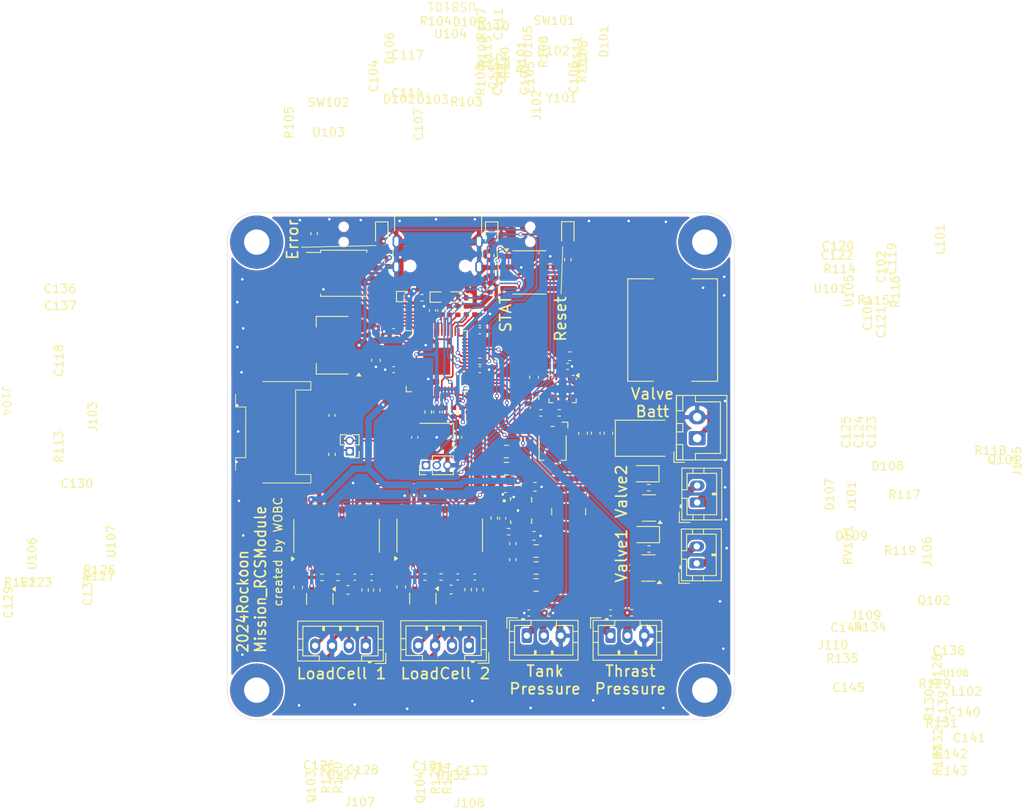
<source format=kicad_pcb>
(kicad_pcb (version 20240108) (generator "pcbnew") (generator_version "8.0")
  (layers (0 "F.Cu" signal) (31 "B.Cu" signal) (34 "B.Paste" user) (35 "F.Paste" user) (36 "B.SilkS" user "B.Silkscreen") (37 "F.SilkS" user "F.Silkscreen") (38 "B.Mask" user) (39 "F.Mask" user) (44 "Edge.Cuts" user))
  (net 0 "")
  (net 1 "GND")
  (net 2 "VDD")
  (net 3 "RESET")
  (net 4 "VBUS")
  (net 5 "/RP2040/USB_D+")
  (net 6 "/RP2040/USB_D-")
  (net 7 "/RP2040/CAN_RX")
  (net 8 "/RP2040/CAN_TX")
  (net 9 "/RP2040/GPIO12")
  (net 10 "/RP2040/GPIO14")
  (net 11 "/RP2040/GPIO4")
  (net 12 "/RP2040/GPIO2")
  (net 13 "/RP2040/GPIO3")
  (net 14 "/RP2040/GPIO5")
  (net 15 "/RP2040/GPIO21")
  (net 16 "/RP2040/GPIO6")
  (net 17 "/RP2040/GPIO8")
  (net 18 "/RP2040/GPIO27_ADC1")
  (net 19 "/RP2040/GPIO0")
  (net 20 "/RP2040/GPIO13")
  (net 21 "/RP2040/GPIO26_ADC0")
  (net 22 "/RP2040/GPIO10")
  (net 23 "/RP2040/GPIO15")
  (net 24 "/RP2040/GPIO7")
  (net 25 "/RP2040/GPIO29_ADC3")
  (net 26 "/RP2040/GPIO11")
  (net 27 "/RP2040/GPIO9")
  (net 28 "/RP2040/GPIO28_ADC2")
  (net 29 "/RP2040/GPIO1")
  (net 30 "/IF/CANL")
  (net 31 "/IF/CANH")
  (net 32 "/RCS/valve1")
  (net 33 "/RCS/valve2")
  (net 34 "/RCS/RCS_EN")
  (net 35 "RCS_VIN")
  (net 36 "/SDA")
  (net 37 "/SCL")
  (net 38 "Net-(D101-A)")
  (net 39 "Net-(D105-A)")
  (net 40 "Net-(D106-A)")
  (net 41 "Net-(USB101-CC1)")
  (net 42 "Net-(USB101-CC2)")
  (net 43 "Net-(R105-Pad2)")
  (net 46 "Net-(U104-XIN)")
  (net 47 "Net-(C106-Pad2)")
  (net 48 "Net-(U104-VREG_VOUT)")
  (net 49 "Net-(U105-SS)")
  (net 50 "Net-(C121-Pad1)")
  (net 51 "Net-(D107-K)")
  (net 52 "Net-(J107-Pin_4)")
  (net 53 "Net-(U106-INA+)")
  (net 54 "Net-(U106-INA-)")
  (net 55 "Net-(U106-VBG)")
  (net 56 "Net-(J108-Pin_4)")
  (net 57 "Net-(U107-INA+)")
  (net 58 "Net-(U107-INA-)")
  (net 59 "Net-(U107-VBG)")
  (net 60 "Net-(U108-VAUX)")
  (net 61 "Net-(J109-Pin_1)")
  (net 62 "Net-(D107-A)")
  (net 63 "Net-(D108-K)")
  (net 64 "Net-(D109-K)")
  (net 65 "Net-(J102-Pin_2)")
  (net 66 "Net-(J102-Pin_1)")
  (net 67 "Net-(J103-Pin_1)")
  (net 68 "Net-(J105-Pin_2)")
  (net 69 "Net-(J106-Pin_2)")
  (net 70 "Net-(J107-Pin_2)")
  (net 71 "Net-(J107-Pin_1)")
  (net 72 "Net-(J108-Pin_2)")
  (net 73 "Net-(J108-Pin_1)")
  (net 74 "Net-(U108-L1)")
  (net 75 "Net-(U108-L2)")
  (net 76 "Net-(Q103-B)")
  (net 77 "Net-(Q104-B)")
  (net 78 "Net-(U103-~{CS})")
  (net 79 "Net-(U104-USB_DP)")
  (net 80 "Net-(U104-USB_DM)")
  (net 81 "Net-(U104-XOUT)")
  (net 82 "Net-(U104-GPIO25)")
  (net 83 "Net-(U104-GPIO24)")
  (net 84 "Net-(U105-FREQ)")
  (net 85 "Net-(U105-COMP)")
  (net 86 "Net-(U105-FB)")
  (net 87 "Net-(U106-VFB)")
  (net 88 "Net-(U107-VFB)")
  (net 89 "Net-(U108-EN)")
  (net 90 "Net-(U108-PG)")
  (net 91 "Net-(U108-FB)")
  (net 92 "Net-(R132-Pad2)")
  (net 95 "Net-(U103-DO(IO1))")
  (net 96 "Net-(U103-DI(IO0))")
  (net 97 "Net-(U103-IO2)")
  (net 98 "Net-(U103-IO3)")
  (net 99 "Net-(U103-CLK)")
  (footprint "Connector_PinHeader_1.27mm:PinHeader_1x02_P1.27mm_Vertical" (layer "F.Cu") (at 104.5 118.25 180)
    (property "Reference" "J103")
    (property "Value" "Jumper")
  )
  (footprint "Package_SO:SOP-16_3.9x9.9mm_P1.27mm" (layer "F.Cu") (at 115.145 128.2 90)
    (property "Reference" "U107")
    (property "Value" "HX711")
  )
  (footprint "WOBCLibrary:Board_1U_60x60" (layer "F.Cu") (at 120 120)
    (property "Reference" "REF**" (hide yes))
    (property "Value" "Board_1U_60x60" (hide yes))
    (fp_line (start -30 26.5) (end -30 -26.5) (stroke (width 0.05)) (layer "Edge.Cuts"))
    (fp_line (start -26.5 -30) (end 26.5 -30) (stroke (width 0.05)) (layer "Edge.Cuts"))
    (fp_line (start 26.5 30) (end -26.5 30) (stroke (width 0.05)) (layer "Edge.Cuts"))
    (fp_line (start 30 -26.5) (end 30 26.5) (stroke (width 0.05)) (layer "Edge.Cuts"))
    (fp_arc (start -30 -26.5) (mid -28.974874 -28.974874) (end -26.5 -30) (stroke (width 0.05)) (layer "Edge.Cuts"))
    (fp_arc (start -26.5 30) (mid -28.974874 28.974874) (end -30 26.5) (stroke (width 0.05)) (layer "Edge.Cuts"))
    (fp_arc (start 26.5 -30) (mid 28.974874 -28.974874) (end 30 -26.5) (stroke (width 0.05)) (layer "Edge.Cuts"))
    (fp_arc (start 30 26.5) (mid 28.974874 28.974874) (end 26.5 30) (stroke (width 0.05)) (layer "Edge.Cuts"))
  )
  (footprint "Resistor_SMD:R_0402_1005Metric" (layer "F.Cu") (at 113.03 100.09 180)
    (property "Reference" "R104")
    (property "Value" "5.1k")
  )
  (footprint "Inductor_SMD:L_Chilisin_BMRF00101040" (layer "F.Cu") (at 142.7 103.9 -90)
    (property "Reference" "L101")
    (property "Value" "L")
  )
  (footprint "LED_SMD:LED_0603_1608Metric" (layer "F.Cu") (at 108.29 92.59 -90)
    (property "Reference" "D106")
    (property "Value" "ERROR")
  )
  (footprint "Diode_SMD:D_2114_3652Metric" (layer "F.Cu") (at 139.2 116.7)
    (property "Reference" "D107")
    (property "Value" "D")
  )
  (footprint "Crystal:Crystal_SMD_3225-4Pin_3.2x2.5mm" (layer "F.Cu") (at 114.79 116.59 180)
    (property "Reference" "Y101")
    (property "Value" "Crystal_GND24")
  )
  (footprint "Capacitor_SMD:C_0603_1608Metric" (layer "F.Cu") (at 132.1 116.125 90)
    (property "Reference" "C125")
    (property "Value" "4.7uF")
  )
  (footprint "Resistor_SMD:R_0402_1005Metric" (layer "F.Cu") (at 127.09 113.7 180)
    (property "Reference" "R117")
    (property "Value" "1k")
  )
  (footprint "Potentiometer_SMD:Potentiometer_Bourns_TC33X_Vertical" (layer "F.Cu") (at 128.5 117.4 -90)
    (property "Reference" "RV101")
    (property "Value" "20k")
  )
  (footprint "Capacitor_SMD:C_0402_1005Metric" (layer "F.Cu") (at 107.085 133.165 180)
    (property "Reference" "C127")
    (property "Value" "0.1uF")
  )
  (footprint "Resistor_SMD:R_0402_1005Metric" (layer "F.Cu") (at 107.705 134.655 90)
    (property "Reference" "R120")
    (property "Value" "100")
  )
  (footprint "Capacitor_SMD:C_0603_1608Metric" (layer "F.Cu") (at 107.6 104.5 -90)
    (property "Reference" "C101")
    (property "Value" "10u")
  )
  (footprint "LED_SMD:LED_0603_1608Metric" (layer "F.Cu") (at 121.29 92.59 -90)
    (property "Reference" "D105")
    (property "Value" "STAT")
  )
  (footprint "Package_TO_SOT_SMD:SOT-223-3_TabPin2" (layer "F.Cu") (at 102.45 105.7 180)
    (property "Reference" "U101")
    (property "Value" "AMS1117-3.3")
  )
  (footprint "Package_DFN_QFN:QFN-56-1EP_7x7mm_P0.4mm_EP3.2x3.2mm" (layer "F.Cu") (at 114.79 107.59)
    (property "Reference" "U104")
    (property "Value" "RP2040")
  )
  (footprint "Resistor_SMD:R_0402_1005Metric" (layer "F.Cu") (at 139.9025 129.8 180)
    (property "Reference" "R119")
    (property "Value" "100k")
  )
  (footprint "Capacitor_SMD:C_0603_1608Metric" (layer "F.Cu") (at 104.305 134.645)
    (property "Reference" "C126")
    (property "Value" "10uF")
  )
  (footprint "Capacitor_SMD:C_0603_1608Metric" (layer "F.Cu") (at 110.6 134.295 -90)
    (property "Reference" "C134")
    (property "Value" "10uF")
  )
  (footprint "Package_SO:SOP-16_3.9x9.9mm_P1.27mm" (layer "F.Cu") (at 102.95 128.245 90)
    (property "Reference" "U106")
    (property "Value" "HX711")
  )
  (footprint "Resistor_SMD:R_0402_1005Metric" (layer "F.Cu") (at 117.29 101.59 -90)
    (property "Reference" "R107")
    (property "Value" "22.4")
  )
  (footprint "WOBCLibrary:VREG_TPS63070RNMR" (layer "F.Cu") (at 124.775 125.25)
    (property "Reference" "U108")
    (property "Value" "TPS63070RNMR")
  )
  (footprint "Capacitor_SMD:C_0402_1005Metric" (layer "F.Cu") (at 130.28 108.2)
    (property "Reference" "C122")
    (property "Value" "0.1uF")
  )
  (footprint "Capacitor_SMD:C_0402_1005Metric" (layer "F.Cu") (at 102.4 114 -90)
    (property "Reference" "C118")
    (property "Value" "100nF")
  )
  (footprint "Capacitor_SMD:C_0805_2012Metric" (layer "F.Cu") (at 123.05 120.3 180)
    (property "Reference" "C137")
    (property "Value" "22uF")
  )
  (footprint "Capacitor_SMD:C_0402_1005Metric" (layer "F.Cu") (at 119.89 102.99)
    (property "Reference" "C110")
    (property "Value" "100nF")
  )
  (footprint "Resistor_SMD:R_0402_1005Metric" (layer "F.Cu") (at 115.31 133.12)
    (property "Reference" "R127")
    (property "Value" "10k")
  )
  (footprint "Capacitor_SMD:C_0402_1005Metric" (layer "F.Cu") (at 117.28 133.1 180)
    (property "Reference" "C133")
    (property "Value" "0.1uF")
  )
  (footprint "WOBCLibrary:Grove_4P_L_SMD" (layer "F.Cu") (at 96.2 116 -90)
    (property "Reference" "J104")
    (property "Value" "Conn_01x04_MountingPin")
  )
  (footprint "Resistor_SMD:R_0402_1005Metric" (layer "F.Cu") (at 128.045 137.375 180)
    (property "Reference" "R135")
    (property "Value" "10k")
  )
  (footprint "Resistor_SMD:R_0402_1005Metric" (layer "F.Cu") (at 103.115 133.165)
    (property "Reference" "R123")
    (property "Value" "10k")
  )
  (footprint "Resistor_SMD:R_0402_1005Metric" (layer "F.Cu") (at 113.79 113.59 90)
    (property "Reference" "R108")
    (property "Value" "1k")
  )
  (footprint "Capacitor_SMD:C_0603_1608Metric" (layer "F.Cu") (at 98.405 134.34 -90)
    (property "Reference" "C129")
    (property "Value" "10uF")
  )
  (footprint "Resistor_SMD:R_0402_1005Metric" (layer "F.Cu") (at 123.8 129.16 -90)
    (property "Reference" "R132")
    (property "Value" "1k")
  )
  (footprint "WOBCLibrary:USB_C_TYPEC-301S-ACP16X7" (layer "F.Cu") (at 114.905 94.21 180)
    (property "Reference" "USB101")
    (property "Value" "USB_C_Receptacle_USB2.0")
  )
  (footprint "Diode_SMD:D_0805_2012Metric" (layer "F.Cu") (at 139.4 120.9 180)
    (property "Reference" "D108")
    (property "Value" "LED")
  )
  (footprint "Capacitor_SMD:C_0603_1608Metric" (layer "F.Cu") (at 116.5 134.6)
    (property "Reference" "C131")
    (property "Value" "10uF")
  )
  (footprint "Diode_SMD:D_0805_2012Metric" (layer "F.Cu") (at 139.4625 128.1 180)
    (property "Reference" "D109")
    (property "Value" "LED")
  )
  (footprint "Capacitor_SMD:C_0402_1005Metric" (layer "F.Cu") (at 125.5 113.08 -90)
    (property "Reference" "C121")
    (property "Value" "0.1uF")
  )
  (footprint "Capacitor_SMD:C_0402_1005Metric" (layer "F.Cu") (at 121.2 97 -90)
    (property "Reference" "C103")
    (property "Value" "100nF")
  )
  (footprint "Resistor_SMD:R_0402_1005Metric" (layer "F.Cu") (at 139.865 122.55 180)
    (property "Reference" "R118")
    (property "Value" "100k")
  )
  (footprint "Capacitor_SMD:C_0603_1608Metric" (layer "F.Cu") (at 135.1 116.1 90)
    (property "Reference" "C123")
    (property "Value" "4.7uF")
  )
  (footprint "Resistor_SMD:R_0402_1005Metric" (layer "F.Cu") (at 121.1 98.89 -90)
    (property "Reference" "R101")
    (property "Value" "10k")
  )
  (footprint "Package_DFN_QFN:WQFN-16-1EP_3x3mm_P0.5mm_EP1.68x1.68mm_ThermalVias" (layer "F.Cu") (at 129.68 110.88 -90)
    (property "Reference" "U105")
    (property "Value" "~")
  )
  (footprint "Capacitor_SMD:C_0603_1608Metric" (layer "F.Cu") (at 133.6 116.1 90)
    (property "Reference" "C124")
    (property "Value" "4.7uF")
  )
  (footprint "Capacitor_SMD:C_0603_1608Metric" (layer "F.Cu") (at 130.525 107)
    (property "Reference" "C120")
    (property "Value" "10uF")
  )
  (footprint "Connector_PinHeader_1.27mm:PinHeader_1x03_P1.27mm_Vertical" (layer "F.Cu") (at 113.52 119.9 90)
    (property "Reference" "J102")
    (property "Value" "DEBUG")
  )
  (footprint "Capacitor_SMD:C_0402_1005Metric" (layer "F.Cu") (at 119.29 101.59 -90)
    (property "Reference" "C111")
    (property "Value" "1uF")
  )
  (footprint "Resistor_SMD:R_0402_1005Metric" (layer "F.Cu") (at 116.29 101.59 -90)
    (property "Reference" "R106")
    (property "Value" "22.4")
  )
  (footprint "Resistor_SMD:R_0402_1005Metric" (layer "F.Cu") (at 102.4 118.61 -90)
    (property "Reference" "R113")
    (property "Value" "120")
  )
  (footprint "Resistor_SMD:R_0402_1005Metric" (layer "F.Cu") (at 106.315 134.655 90)
    (property "Reference" "R121")
    (property "Value" "100")
  )
  (footprint "Diode_SMD:D_SOD-882" (layer "F.Cu") (at 110.84 99.94)
    (property "Reference" "D102")
    (property "Value" "5V")
  )
  (footprint "Resistor_SMD:R_0402_1005Metric" (layer "F.Cu") (at 124.4 122.25 90)
    (property "Reference" "R128")
    (property "Value" "10k")
  )
  (footprint "Resistor_SMD:R_0402_1005Metric" (layer "F.Cu") (at 113.4 133.12)
    (property "Reference" "R126")
    (property "Value" "22k")
  )
  (footprint "Capacitor_SMD:C_0402_1005Metric" (layer "F.Cu") (at 109.69 108.59 180)
    (property "Reference" "C114")
    (property "Value" "100nF")
  )
  (footprint "Package_SO:SOIC-8_3.9x4.9mm_P1.27mm" (layer "F.Cu") (at 125.75 97.085)
    (property "Reference" "U102")
    (property "Value" "SN65HVD230")
  )
  (footprint "Package_TO_SOT_SMD:SOT-23-3" (layer "F.Cu") (at 139.825 132.05 180)
    (property "Reference" "Q102")
    (property "Value" "NMOS")
  )
  (footprint "Capacitor_SMD:C_0603_1608Metric" (layer "F.Cu") (at 126.425 122.45)
    (property "Reference" "C138")
    (property "Value" "10uF")
  )
  (footprint "Inductor_SMD:L_Wuerth_WE-TPC-3816" (layer "F.Cu") (at 130.4 125.4)
    (property "Reference" "L102")
    (property "Value" "L")
  )
  (footprint "Resistor_SMD:R_0402_1005Metric" (layer "F.Cu") (at 119.9 134.61 90)
    (property "Reference" "R124")
    (property "Value" "100")
  )
  (footprint "Capacitor_SMD:C_0402_1005Metric" (layer "F.Cu") (at 114.29 101.59 90)
    (property "Reference" "C107")
    (property "Value" "100nF")
  )
  (footprint "Connector_JST:JST_PH_B4B-PH-K_1x04_P2.00mm_Vertical" (layer "F.Cu") (at 118.6 141.2 180)
    (property "Reference" "J108")
    (property "Value" "Conn_01x04")
  )
  (footprint "Resistor_SMD:R_0402_1005Metric" (layer "F.Cu") (at 128.39 108.2 180)
    (property "Reference" "R114")
    (property "Value" "100k")
  )
  (footprint "Resistor_SMD:R_0402_1005Metric" (layer "F.Cu") (at 122.91 122.75 180)
    (property "Reference" "R129")
    (property "Value" "330k")
  )
  (footprint "Connector_JST:JST_PH_B2B-PH-K_1x02_P2.00mm_Vertical" (layer "F.Cu") (at 145.55 131.5 90)
    (property "Reference" "J106")
    (property "Value" "Conn_01x02")
  )
  (footprint "Capacitor_SMD:C_0603_1608Metric" (layer "F.Cu") (at 107.6 107.475 -90)
    (property "Reference" "C102")
    (property "Value" "10u")
  )
  (footprint "Capacitor_SMD:C_0402_1005Metric" (layer "F.Cu") (at 119.89 108.59)
    (property "Reference" "C113")
    (property "Value" "100nF")
  )
  (footprint "Package_TO_SOT_SMD:SOT-23" (layer "F.Cu") (at 100.955 135.7025 -90)
    (property "Reference" "Q103")
    (property "Value" "PNP")
  )
  (footprint "Resistor_SMD:R_0402_1005Metric" (layer "F.Cu") (at 121.19 95.09 90)
    (property "Reference" "R110")
    (property "Value" "1k")
  )
  (footprint "Capacitor_SMD:C_0402_1005Metric" (layer "F.Cu") (at 112.19 116.59 90)
    (property "Reference" "C105")
    (property "Value" "27pF")
  )
  (footprint "Resistor_SMD:R_0402_1005Metric" (layer "F.Cu") (at 117.77 113.61 90)
    (property "Reference" "R111")
    (property "Value" "10k")
  )
  (footprint "Connector_JST:JST_XH_B2B-XH-A_1x02_P2.50mm_Vertical" (layer "F.Cu") (at 145.6 116.7 90)
    (property "Reference" "J101")
    (property "Value" "Conn_01x02")
  )
  (footprint "Resistor_SMD:R_0402_1005Metric" (layer "F.Cu") (at 121.6 126.14 90)
    (property "Reference" "R130")
    (property "Value" "100k")
  )
  (footprint "Diode_SMD:D_SOD-882" (layer "F.Cu") (at 116.94 99.99 180)
    (property "Reference" "D104")
    (property "Value" "5V")
  )
  (footprint "Resistor_SMD:R_0402_1005Metric" (layer "F.Cu") (at 118.79 100.09)
    (property "Reference" "R103")
    (property "Value" "5.1k")
  )
  (footprint "Capacitor_SMD:C_0603_1608Metric" (layer "F.Cu") (at 126.3 128.25)
    (property "Reference" "C140")
    (property "Value" "10uF")
  )
  (footprint "Resistor_SMD:R_0402_1005Metric" (layer "F.Cu") (at 118.51 134.61 90)
    (property "Reference" "R125")
    (property "Value" "100")
  )
  (footprint "Connector_JST:JST_PH_B3B-PH-K_1x03_P2.00mm_Vertical" (layer "F.Cu") (at 135.35 140.05)
    (property "Reference" "J109")
    (property "Value" "Conn_01x03")
  )
  (footprint "Capacitor_SMD:C_0402_1005Metric" (layer "F.Cu") (at 105.085 133.145 180)
    (property "Reference" "C128")
    (property "Value" "0.1uF")
  )
  (footprint "Package_TO_SOT_SMD:SOT-23" (layer "F.Cu") (at 113.15 135.6575 -90)
    (property "Reference" "Q104")
    (property "Value" "PNP")
  )
  (footprint "Capacitor_SMD:C_0402_1005Metric" (layer "F.Cu") (at 117.39 116.59 90)
    (property "Reference" "C106")
    (property "Value" "27pF")
  )
  (footprint "Capacitor_SMD:C_0402_1005Metric" (layer "F.Cu") (at 115.29 101.59 90)
    (property "Reference" "C112")
    (property "Value" "100nF")
  )
  (footprint "Capacitor_SMD:C_0805_2012Metric" (layer "F.Cu") (at 126.55 130.05)
    (property "Reference" "C141")
    (property "Value" "22uF")
  )
  (footprint "Resistor_SMD:R_0402_1005Metric" (layer "F.Cu") (at 126.5 111.99 -90)
    (property "Reference" "R116")
    (property "Value" "2.2k")
  )
  (footprint "Resistor_SMD:R_0402_1005Metric" (layer "F.Cu") (at 101.205 133.165)
    (property "Reference" "R122")
    (property "Value" "22k")
  )
  (footprint "Package_SO:SOIC-8_5.23x5.23mm_P1.27mm" (layer "F.Cu") (at 103.79 97.185)
    (property "Reference" "U103")
    (property "Value" "W25Q128JVS")
  )
  (footprint "Resistor_SMD:R_0402_1005Metric" (layer "F.Cu") (at 116.78 113.62 90)
    (property "Reference" "R109")
    (property "Value" "10k")
  )
  (footprint "Resistor_SMD:R_0402_1005Metric" (layer "F.Cu") (at 119.9 107.59)
    (property "Reference" "R112")
    (property "Value" "1k")
  )
  (footprint "Capacitor_SMD:C_0805_2012Metric" (layer "F.Cu") (at 123.025 118.275 180)
    (property "Reference" "C136")
    (property "Value" "22uF")
  )
  (footprint "Resistor_SMD:R_0402_1005Metric" (layer "F.Cu") (at 100.29 92.49 90)
    (property "Reference" "R105")
    (property "Value" "1k")
  )
  (footprint "Connector_JST:JST_PH_B2B-PH-K_1x02_P2.00mm_Vertical" (layer "F.Cu") (at 145.6 124.3 90)
    (property "Reference" "J105")
    (property "Value" "Conn_01x02")
  )
  (footprint "Connector_JST:JST_PH_B3B-PH-K_1x03_P2.00mm_Vertical" (layer "F.Cu") (at 125.45 140.05)
    (property "Reference" "J110")
    (property "Value" "Conn_01x03")
  )
  (footprint "Package_TO_SOT_SMD:SOT-23-3" (layer "F.Cu") (at 139.9125 124.95 180)
    (property "Reference" "Q101")
    (property "Value" "NMOS")
  )
  (footprint "Connector_JST:JST_PH_B4B-PH-K_1x04_P2.00mm_Vertical" (layer "F.Cu") (at 106.405 141.245 180)
    (property "Reference" "J107")
    (property "Value" "Conn_01x04")
  )
  (footprint "Capacitor_SMD:C_0402_1005Metric" (layer "F.Cu") (at 119.28 133.12 180)
    (property "Reference" "C132")
    (property "Value" "0.1uF")
  )
  (footprint "Capacitor_SMD:C_0402_1005Metric" (layer "F.Cu") (at 125.675 137.375 180)
    (property "Reference" "C145")
    (property "Value" "100nF")
  )
  (footprint "Diode_SMD:D_SOD-882" (layer "F.Cu") (at 114.81 100)
    (property "Reference" "D103")
    (property "Value" "5V")
  )
  (footprint "Capacitor_SMD:C_0402_1005Metric" (layer "F.Cu") (at 109.69 104.09 180)
    (property "Reference" "C117")
    (property "Value" "100nF")
  )
  (footprint "Resistor_SMD:R_0402_1005Metric" (layer "F.Cu") (at 130.3 95.58 90)
    (property "Reference" "R102")
    (property "Value" "1k")
  )
  (footprint "Capacitor_SMD:C_0402_1005Metric" (layer "F.Cu") (at 108.99 95.89 90)
    (property "Reference" "C104")
    (property "Value" "100nF")
  )
  (footprint "Capacitor_SMD:C_0402_1005Metric" (layer "F.Cu") (at 114.79 113.59 -90)
    (property "Reference" "C115")
    (property "Value" "100nF")
  )
  (footprint "Capacitor_SMD:C_0805_2012Metric" (layer "F.Cu") (at 126.55 134.05)
    (property "Reference" "C143")
    (property "Value" "22uF")
  )
  (footprint "WOBCLibrary:TVAF06-A020B-R" (layer "F.Cu") (at 125.85 92.58 90)
    (property "Reference" "SW101")
    (property "Value" "RESET_sw")
  )
  (footprint "Capacitor_SMD:C_0603_1608Metric" (layer "F.Cu") (at 126.3 109.475 -90)
    (property "Reference" "C119")
    (property "Value" "47nF")
  )
  (footprint "WOBCLibrary:TVAF06-A020B-R" (layer "F.Cu") (at 103.79 92.59 90)
    (property "Reference" "SW102")
    (property "Value" "BOOT0")
  )
  (footprint "Resistor_SMD:R_0402_1005Metric" (layer "F.Cu") (at 123.3 127.75)
    (property "Reference" "R131")
    (property "Value" "10k")
  )
  (footprint "Capacitor_SMD:C_0805_2012Metric" (layer "F.Cu") (at 126.55 132.05)
    (property "Reference" "C142")
    (property "Value" "22uF")
  )
  (footprint "Capacitor_SMD:C_0402_1005Metric" (layer "F.Cu") (at 119.89 103.99)
    (property "Reference" "C116" (hide yes))
    (property "Value" "100nF")
  )
  (footprint "Capacitor_SMD:C_0402_1005Metric" (layer "F.Cu") (at 115.79 113.59 -90)
    (property "Reference" "C108")
    (property "Value" "100nF")
  )
  (footprint "Capacitor_SMD:C_0402_1005Metric" (layer "F.Cu") (at 122.6 126.17 -90)
    (property "Reference" "C139")
    (property "Value" "100nF")
  )
  (footprint "Capacitor_SMD:C_0402_1005Metric" (layer "F.Cu") (at 100.42 123.9)
    (property "Reference" "C130")
    (property "Value" "0.1uF")
  )
  (footprint "Capacitor_SMD:C_0402_1005Metric" (layer "F.Cu") (at 135.35 137.35)
    (property "Reference" "C144")
    (property "Value" "100nF")
  )
  (footprint "LED_SMD:LED_0603_1608Metric" (layer "F.Cu") (at 130.3 92.57 -90)
    (property "Reference" "D101")
    (property "Value" "RESET")
  )
  (footprint "Resistor_SMD:R_0402_1005Metric" (layer "F.Cu") (at 123.8 131.06 -90)
    (property "Reference" "R133")
    (property "Value" "51k")
  )
  (footprint "Capacitor_SMD:C_0402_1005Metric" (layer "F.Cu") (at 118.29 101.59 -90)
    (property "Reference" "C109")
    (property "Value" "1uF")
  )
  (footprint "Resistor_SMD:R_0402_1005Metric" (layer "F.Cu") (at 137.84 137.35 180)
    (property "Reference" "R134")
    (property "Value" "10k")
  )
  (footprint "Resistor_SMD:R_0402_1005Metric" (layer "F.Cu") (at 129.29 113.7)
    (property "Reference" "R115")
    (property "Value" "100k")
  )
  (gr_line (start 107.6 93.9) (end 99.3 94.1) (stroke (width 0.1)) (layer "F.SilkS"))
  (gr_line (start 129.5 99.6) (end 129.7 94) (stroke (width 0.1)) (layer "F.SilkS"))
  (gr_line (start 122.3 99.6) (end 121.9 94.2) (stroke (width 0.1)) (layer "F.SilkS"))
  (gr_line (start 99.3 94.1) (end 98.8 94.1) (stroke (width 0.1)) (layer "F.SilkS"))
  (gr_text "LoadCell 1" (at 98.1 145.3 0) (layer "F.SilkS") (effects (font (size 1.3 1.3) (thickness 0.2)) (justify left bottom)))
  (gr_text "Valve1" (at 137.4 130.6 90) (layer "F.SilkS") (effects (font (size 1.3 1.3) (thickness 0.2)) (justify bottom)))
  (gr_text "2024Rockoon\nMission_RCSModule" (at 94.7 142.2 90) (layer "F.SilkS") (effects (font (size 1.3 1.2) (thickness 0.2)) (justify left bottom)))
  (gr_text "LoadCell 2" (at 110.4 145.3 0) (layer "F.SilkS") (effects (font (size 1.3 1.3) (thickness 0.2)) (justify left bottom)))
  (gr_text "Valve2" (at 137.4 119.7 90) (layer "F.SilkS") (effects (font (size 1.3 1.3) (thickness 0.2)) (justify right bottom)))
  (gr_text "Valve\nBatt" (at 140.3 114.3 0) (layer "F.SilkS") (effects (font (size 1.3 1.3) (thickness 0.2)) (justify bottom)))
  (gr_text "Error" (at 98.5 93.2 90) (layer "F.SilkS") (effects (font (size 1.3 1.3) (thickness 0.2)) (justify bottom)))
  (gr_text "Thrast\nPressure" (at 137.7 147.1 0) (layer "F.SilkS") (effects (font (size 1.3 1.3) (thickness 0.2)) (justify bottom)))
  (gr_text "Tank\nPressure" (at 127.6 147.1 0) (layer "F.SilkS") (effects (font (size 1.3 1.3) (thickness 0.2)) (justify bottom)))
  (gr_text "created by WOBC" (at 96.6 136.7 90) (layer "F.SilkS") (effects (font (size 1 1)) (justify left bottom)))
  (gr_text "Reset" (at 130.2 102.6 90) (layer "F.SilkS") (effects (font (size 1.3 1.3) (thickness 0.2)) (justify bottom)))
  (gr_text "STAT" (at 123.7 102 90) (layer "F.SilkS") (effects (font (size 1.3 1.3) (thickness 0.2)) (justify bottom)))
  (segment (start 108.57 104.07) (end 108.57 104.305) (width 0.4) (layer "F.Cu") (net 1))
  (segment (start 119.3 97.885) (end 119.11 97.695) (width 0.4) (layer "F.Cu") (net 1))
  (segment (start 101.8 113) (end 102.1 113.3) (width 1) (layer "F.Cu") (net 1))
  (segment (start 127.075 129.625) (end 127.5 130.05) (width 0.4) (layer "F.Cu") (net 1))
  (segment (start 114.29 101.11) (end 113.31 101.11) (width 0.4) (layer "F.Cu") (net 1))
  (segment (start 115.79 114.34) (end 116.14 114.69) (width 0.2) (layer "F.Cu") (net 1))
  (segment (start 120.37 102.710006) (end 121.090006 101.99) (width 0.4) (layer "F.Cu") (net 1))
  (segment (start 129.93 112.3375) (end 129.93 111.13) (width 0.2) (layer "F.Cu") (net 1))
  (segment (start 117.275 135.425) (end 117.275 134.6) (width 0.4) (layer "F.Cu") (net 1))
  (segment (start 110.47 99.19) (end 110.76 99.19) (width 0.4) (layer "F.Cu") (net 1))
  (segment (start 138.6875 125.0375) (end 138.775 124.95) (width 0.8) (layer "F.Cu") (net 1))
  (segment (start 121.29 91.8025) (end 122.7775 91.8025) (width 0.4) (layer "F.Cu") (net 1))
  (segment (start 138.6875 130.0125) (end 138.9 129.8) (width 0.8) (layer "F.Cu") (net 1))
  (segment (start 101.205 143.245) (end 102.405 142.045) (width 0.4) (layer "F.Cu") (net 1))
  (segment (start 110.47 99.19) (end 110.47 97.695) (width 0.4) (layer "F.Cu") (net 1))
  (segment (start 103.205 139.845) (end 103.205 137.345) (width 0.4) (layer "F.Cu") (net 1))
  (segment (start 113.79 108.59) (end 114.79 107.589998) (width 0.4) (layer "F.Cu") (net 1))
  (segment (start 107.6775 91.8025) (end 108.29 91.8025) (width 0.4) (layer "F.Cu") (net 1))
  (segment (start 118 116.46) (end 118 115.7) (width 0.2) (layer "F.Cu") (net 1))
  (segment (start 120.6 96.52) (end 119.425 97.695) (width 0.4) (layer "F.Cu") (net 1))
  (segment (start 128.3825 110.29) (end 129.09 110.29) (width 0.2) (layer "F.Cu") (net 1))
  (segment (start 112.52 100.09) (end 112.52 100.441924) (width 0.4) (layer "F.Cu") (net 1))
  (segment (start 110.49 100.49) (end 110.49 99.21) (width 0.4) (layer "F.Cu") (net 1))
  (segment (start 105.08 134.645) (end 104.605 134.17) (width 0.4) (layer "F.Cu") (net 1))
  (segment (start 127.075 128.25) (end 127.075 129.625) (width 0.4) (layer "F.Cu") (net 1))
  (segment (start 130.8 108.2) (end 130.76 107.54) (width 0.4) (layer "F.Cu") (net 1))
  (segment (start 124.05 123.85) (end 124.05 123.8) (width 0.2) (layer "F.Cu") (net 1))
  (segment (start 129.355 138.175) (end 128.555 137.375) (width 0.8) (layer "F.Cu") (net 1))
  (segment (start 94.76 113) (end 92.46 110.7) (width 1) (layer "F.Cu") (net 1))
  (segment (start 112.52 100.441924) (end 112.461924 100.5) (width 0.4) (layer "F.Cu") (net 1))
  (segment (start 106.125 125.745) (end 107.395 125.745) (width 0.4) (layer "F.Cu") (net 1))
  (segment (start 131.1375 111.13) (end 130.705614 111.13) (width 0.2) (layer "F.Cu") (net 1))
  (segment (start 113.32 116.11) (end 113.69 115.74) (width 0.4) (layer "F.Cu") (net 1))
  (segment (start 129.8 113.7) (end 130.45 113.7) (width 0.8) (layer "F.Cu") (net 1))
  (segment (start 113.94 115.74) (end 114.79 116.59) (width 0.4) (layer "F.Cu") (net 1))
  (segment (start 116.8 134.125) (end 116.8 133.1) (width 0.4) (layer "F.Cu") (net 1))
  (segment (start 117.39 117.07) (end 118 116.46) (width 0.2) (layer "F.Cu") (net 1))
  (segment (start 127.5 134.05) (end 127.5 132.05) (width 0.4) (layer "F.Cu") (net 1))
  (segment (start 115.4 139.8) (end 115.4 137.3) (width 0.4) (layer "F.Cu") (net 1))
  (segment (start 130.43 113.68) (end 131.52125 114.77125) (width 0.2) (layer "F.Cu") (net 1))
  (segment (start 108.57 104.305) (end 107.6 105.275) (width 0.4) (layer "F.Cu") (net 1))
  (segment (start 118.9 99.29) (end 119.3 98.89) (width 0.4) (layer "F.Cu") (net 1))
  (segment (start 119.11 93.22) (end 119.11 93.515) (width 0.4) (layer "F.Cu") (net 1))
  (segment (start 124.4 125.249999) (end 124.400001 125.25) (width 0.2) (layer "F.Cu") (net 1))
  (segment (start 101.045 127.693026) (end 103.585 130.233026) (width 0.4) (layer "F.Cu") (net 1))
  (segment (start 113.79 109.69) (end 113.79 108.59) (width 0.4) (layer "F.Cu") (net 1))
  (segment (start 114.99 118.34) (end 112.865736 118.34) (width 0.2) (layer "F.Cu") (net 1))
  (segment (start 138.775 123.125) (end 138.775 124.95) (width 0.8) (layer "F.Cu") (net 1))
  (segment (start 114.79 107.59) (end 114.79 107.589998) (width 0.2) (layer "F.Cu") (net 1))
  (segment (start 138.9 129.8) (end 139.3925 129.8) (width 0.8) (layer "F.Cu") (net 1))
  (segment (start 131.1375 111.13) (end 131.1375 111.63) (width 0.2) (layer "F.Cu") (net 1))
  (segment (start 114.7 141.1) (end 114.7 140.5) (width 0.4) (layer "F.Cu") (net 1))
  (segment (start 118.82 99.29) (end 118.255 98.725) (width 0.4) (layer "F.Cu") (net 1))
  (segment (start 126.58 113.7) (end 125.64 113.7) (width 0.8) (layer "F.Cu") (net 1))
  (segment (start 129.93 111.13) (end 129.68 110.88) (width 0.2) (layer "F.Cu") (net 1))
  (segment (start 103.645 133.145) (end 103.625 133.165) (width 0.4) (layer "F.Cu") (net 1))
  (segment (start 138.6875 132.05) (end 138.6875 130.0125) (width 0.8) (layer "F.Cu") (net 1))
  (segment (start 113.49 105.69) (end 113.49 106.29) (width 0.4) (layer "F.Cu") (net 1))
  (segment (start 114.29 101.11) (end 114.46 100.94) (width 0.4) (layer "F.Cu") (net 1))
  (segment (start 113.79 108.59) (end 114.79 107.59) (width 0.2) (layer "F.Cu") (net 1))
  (segment (start 109.21 108.59) (end 108.69 108.59) (width 0.4) (layer "F.Cu") (net 1))
  (segment (start 101.39 99.09) (end 100.19 99.09) (width 0.4) (layer "F.Cu") (net 1))
  (segment (start 110.47 93.515) (end 119.11 93.515) (width 0.8) (layer "F.Cu") (net 1))
  (segment (start 110.49 99.21) (end 110.47 99.19) (width 0.4) (layer "F.Cu") (net 1))
  (segment (start 120.37 102.99) (end 120.37 102.710006) (width 0.4) (layer "F.Cu") (net 1))
  (segment (start 109.529239 96.37) (end 110.47 95.429239) (width 0.4) (layer "F.Cu") (net 1))
  (segment (start 129.43 110.63) (end 129.68 110.88) (width 0.2) (layer "F.Cu") (net 1))
  (segment (start 106.015 92.59) (end 106.89 92.59) (width 0.4) (layer "F.Cu") (net 1))
  (segment (start 129.355 140.075) (end 129.355 138.175) (width 0.8) (layer "F.Cu") (net 1))
  (segment (start 108.99 96.37) (end 109.529239 96.37) (width 0.4) (layer "F.Cu") (net 1))
  (segment (start 92.46 110.7) (end 92.46 121.24) (width 1) (layer "F.Cu") (net 1))
  (segment (start 130.45 113.7) (end 131.52125 114.77125) (width 0.8) (layer "F.Cu") (net 1))
  (segment (start 110.47 93.515) (end 110.47 93.04) (width 0.4) (layer "F.Cu") (net 1))
  (segment (start 102.1 113.3) (end 102.4 113.3) (width 1) (layer "F.Cu") (net 1))
  (segment (start 124.4 125.249999) (end 124.4 125.572868) (width 0.2) (layer "F.Cu") (net 1))
  (segment (start 113.79 111.0275) (end 113.79 109.69) (width 0.2) (layer "F.Cu") (net 1))
  (segment (start 110.47 93.04) (end 109.2325 91.8025) (width 0.4) (layer "F.Cu") (net 1))
  (segment (start 120.5275 91.8025) (end 119.11 93.22) (width 0.4) (layer "F.Cu") (net 1))
  (segment (start 119.425 97.695) (end 119.11 97.695) (width 0.4) (layer "F.Cu") (net 1))
  (segment (start 102.405 141.245) (end 102.505 141.145) (width 0.4) (layer "F.Cu") (net 1))
  (segment (start 111.4 143.2) (end 113.4 143.2) (width 0.4) (layer "F.Cu") (net 1))
  (segment (start 102.405 142.045) (end 102.405 141.245) (width 0.4) (layer "F.Cu") (net 1))
  (segment (start 113.69 115.74) (end 113.94 115.74) (width 0.4) (layer "F.Cu") (net 1))
  (segment (start 118.32 127.160001) (end 118.32 125.7) (width 0.4) (layer "F.Cu") (net 1))
  (segment (start 116.06 117.61) (end 115.89 117.44) (width 0.4) (layer "F.Cu") (net 1))
  (segment (start 128.1025 110.25) (end 128.2225 110.13) (width 0.8) (layer "F.Cu") (net 1))
  (segment (start 110.47 95.429239) (end 110.47 95.289996) (width 0.4) (layer "F.Cu") (net 1))
  (segment (start 126.3 110.25) (end 128.1025 110.25) (width 0.8) (layer "F.Cu") (net 1))
  (segment (start 113.69 115.74) (end 113.714264 115.74) (width 0.4) (layer "F.Cu") (net 1))
  (segment (start 125.36 95.92) (end 125.36 95.185) (width 0.4) (layer "F.Cu") (net 1))
  (segment (start 115.79 114.07) (end 114.79 114.07) (width 0.2) (layer "F.Cu") (net 1))
  (segment (start 103.585 129.745001) (end 106.125 127.205001) (width 0.4) (layer "F.Cu") (net 1))
  (segment (start 98.405 135.115) (end 98.405 142.445) (width 0.4) (layer "F.Cu") (net 1))
  (segment (start 130.76 108.2) (end 130.8 108.2) (width 0.4) (layer "F.Cu") (net 1))
  (segment (start 99.9 113) (end 94.76 113) (width 1) (layer "F.Cu") (net 1))
  (segment (start 115.79 114.07) (end 115.79 114.34) (width 0.2) (layer "F.Cu") (net 1))
  (segment (start 139.355 122.55) (end 139.35 122.55) (width 0.8) (layer "F.Cu") (net 1))
  (segment (start 121.2 96.52) (end 120.6 96.52) (width 0.4) (layer "F.Cu") (net 1))
  (segment (start 115.4 137.3) (end 117.275 135.425) (width 0.4) (layer "F.Cu") (net 1))
  (segment (start 121.23 96.49) (end 121.2 96.52) (width 0.4) (layer "F.Cu") (net 1))
  (segment (start 130.705614 111.13) (end 130.27 110.694386) (width 0.2) (layer "F.Cu") (net 1))
  (segment (start 138.35 137.35) (end 138.5 137.35) (width 0.4) (layer "F.Cu") (net 1))
  (segment (start 110.76 99.19) (end 111.69 98.26) (width 0.4) (layer "F.Cu") (net 1))
  (segment (start 117.39 117.07) (end 116.26 117.07) (width 0.2) (layer "F.Cu") (net 1))
  (segment (start 124.79 96.49) (end 125.36 95.92) (width 0.4) (layer "F.Cu") (net 1))
  (segment (start 115.74 117.44) (end 115.89 117.44) (width 0.2) (layer "F.Cu") (net 1))
  (segment (start 113.24 127.648026) (end 115.78 130.188026) (width 0.4) (layer "F.Cu") (net 1))
  (segment (start 114.7 140.5) (end 115.4 139.8) (width 0.4) (layer "F.Cu") (net 1))
  (segment (start 116.06 119.9) (end 116.06 117.61) (width 0.4) (layer "F.Cu") (net 1))
  (segment (start 104.605 134.17) (end 104.605 133.145) (width 0.4) (layer "F.Cu") (net 1))
  (segment (start 108.69 108.59) (end 107.94 108.59) (width 0.4) (layer "F.Cu") (net 1))
  (segment (start 123.972868 126) (end 123.625 126) (width 0.2) (layer "F.Cu") (net 1))
  (segment (start 120.37 108.59) (end 120.99 108.59) (width 0.4) (layer "F.Cu") (net 1))
  (segment (start 115.82 130.74) (end 115.78 130.7) (width 0.4) (layer "F.Cu") (net 1))
  (segment (start 128.2225 110.63) (end 129.43 110.63) (width 0.2) (layer "F.Cu") (net 1))
  (segment (start 128.2225 110.13) (end 128.2225 110.63) (width 0.2) (layer "F.Cu") (net 1))
  (segment (start 110.47 97.695) (end 110.47 95.289996) (width 0.4) (layer "F.Cu") (net 1))
  (segment (start 92.46 121.24) (end 92.4 121.3) (width 1) (layer "F.Cu") (net 1))
  (segment (start 114.46 100.94) (end 114.46 100) (width 0.4) (layer "F.Cu") (net 1))
  (segment (start 105.08 135.47) (end 105.08 134.645) (width 0.4) (layer "F.Cu") (net 1))
  (segment (start 114.29 101.11) (end 115.29 101.11) (width 0.4) (layer "F.Cu") (net 1))
  (segment (start 117.275 134.6) (end 116.8 134.125) (width 0.4) (layer "F.Cu") (net 1))
  (segment (start 117.21 100.09) (end 117.27 100.09) (width 0.2) (layer "F.Cu") (net 1))
  (segment (start 123.18 96.49) (end 121.23 96.49) (width 0.4) (layer "F.Cu") (net 1))
  (segment (start 130.43 112.3375) (end 130.43 111.63) (width 0.2) (layer "F.Cu") (net 1))
  (segment (start 122.4 122.75) (end 122.4 123.15) (width 0.2) (layer "F.Cu") (net 1))
  (segment (start 120.37 103.99) (end 120.37 102.99) (width 0.4) (layer "F.Cu") (net 1))
  (segment (start 114.6 142) (end 114.6 141.2) (width 0.4) (layer "F.Cu") (net 1))
  (segment (start 117.27 100.09) (end 118.29 101.11) (width 0.2) (layer "F.Cu") (net 1))
  (segment (start 115.82 133.12) (end 115.82 130.74) (width 0.4) (layer "F.Cu") (net 1))
  (segment (start 113.29 101.09) (end 113.051924 101.09) (width 0.4) (layer "F.Cu") (net 1))
  (segment (start 103.625 133.165) (end 103.625 130.785) (width 0.4) (layer "F.Cu") (net 1))
  (segment (start 124.75 96.45) (end 124.79 96.49) (width 0.4) (layer "F.Cu") (net 1))
  (segment (start 115.78 130.7) (end 115.78 129.700001) (width 0.4) (layer "F.Cu") (net 1))
  (segment (start 130.43 112.3375) (end 129.43 112.3375) (width 0.2) (layer "F.Cu") (net 1))
  (segment (start 129.43 111.81) (end 129.09 111.47) (width 0.2) (layer "F.Cu") (net 1))
  (segment (start 139.35 122.55) (end 138.775 123.125) (width 0.8) (layer "F.Cu") (net 1))
  (segment (start 121.29 91.8025) (end 120.5275 91.8025) (width 0.4) (layer "F.Cu") (net 1))
  (segment (start 123.625 126) (end 123.25 126) (width 0.2) (layer "F.Cu") (net 1))
  (segment (start 131.52125 114.77125) (end 132.1 115.35) (width 0.8) (layer "F.Cu") (net 1))
  (segment (start 138.5 137.35) (end 139.35 138.2) (width 0.4) (layer "F.Cu") (net 1))
  (segment (start 119.29 101.11) (end 118.29 101.11) (width 0.4) (layer "F.Cu") (net 1))
  (segment (start 108.59 104.09) (end 108.57 104.07) (width 0.4) (layer "F.Cu") (net 1))
  (segment (start 119.29 100.1) (end 119.3 100.09) (width 0.4) (layer "F.Cu") (net 1))
  (segment (start 122.6 127.25) (end 122.6 126.65) (width 0.4) (layer "F.Cu") (net 1))
  (segment (start 115.89 117.44) (end 114.99 118.34) (width 0.2) (layer "F.Cu") (net 1))
  (segment (start 128.26 95.18) (end 128.265 95.185) (width 0.4) (layer "F.Cu") (net 1))
  (segment (start 101.045 124.125) (end 100.865 123.945) (width 0.4) (layer "F.Cu") (net 1))
  (segment (start 103.205 137.345) (end 105.08 135.47) (width 0.4) (layer "F.Cu") (net 1))
  (segment (start 118.32 125.7) (end 119.59 125.7) (width 0.4) (layer "F.Cu") (net 1))
  (segment (start 116.25 114.8) (end 116.14 114.69) (width 0.2) (layer "F.Cu") (net 1))
  (segment (start 110.69 100.69) (end 110.49 100.49) (width 0.4) (layer "F.Cu") (net 1))
  (segment (start 99.9 113) (end 101.8 113) (width 1) (layer "F.Cu") (net 1))
  (segment (start 104.605 133.145) (end 103.645 133.145) (width 0.4) (layer "F.Cu") (net 1))
  (segment (start 118.255 98.725) (end 118.255 97.88) (width 0.4) (layer "F.Cu") (net 1))
  (segment (start 115.78 130.188026) (end 115.78 130.7) (width 0.4) (layer "F.Cu") (net 1))
  (segment (start 109.2325 91.8025) (end 108.29 91.8025) (width 0.4) (layer "F.Cu") (net 1))
  (segment (start 98.405 142.445) (end 99.205 143.245) (width 0.4) (layer "F.Cu") (net 1))
  (segment (start 130.43 111.63) (end 130.27 111.47) (width 0.2) (layer "F.Cu") (net 1))
  (segment (start 122.7775 91.8025) (end 123.565 92.59) (width 0.4) (layer "F.Cu") (net 1))
  (segment (start 122.4 123.15) (end 122.6 123.35) (width 0.2) (layer "F.Cu") (net 1))
  (segment (start 125.195 137.375) (end 125.155 137.375) (width 0.4) (layer "F.Cu") (net 1))
  (segment (start 135.075 115.35) (end 135.1 115.325) (width 0.8) (layer "F.Cu") (net 1))
  (segment (start 115.84 133.1) (end 115.82 133.12) (width 0.4) (layer "F.Cu") (net 1))
  (segment (start 116.26 117.07) (end 115.89 117.44) (width 0.2) (layer "F.Cu") (net 1))
  (segment (start 122.79 127.44) (end 122.6 127.25) (width 0.4) (layer "F.Cu") (net 1))
  (segment (start 128.2225 110.13) (end 128.3825 110.29) (width 0.2) (layer "F.Cu") (net 1))
  (segment (start 118.82 99.29) (end 118.9 99.29) (width 0.4) (layer "F.Cu") (net 1))
  (segment (start 102.505 141.145) (end 102.505 140.545) (width 0.4) (layer "F.Cu") (net 1))
  (segment (start 119.3 98.89) (end 119.3 97.885) (width 0.4) (layer "F.Cu") (net 1))
  (segment (start 109.21 104.09) (end 108.59 104.09) (width 0.4) (layer "F.Cu") (net 1))
  (segment (start 119.3 100.09) (end 119.3 99.77) (width 0.4) (layer "F.Cu") (net 1))
  (segment (start 119.29 101.11) (end 119.29 100.1) (width 0.4) (layer "F.Cu") (net 1))
  (segment (start 103.585 130.745) (end 103.585 129.745001) (width 0.4) (layer "F.Cu") (net 1))
  (segment (start 127.5 130.05) (end 127.5 132.05) (width 0.4) (layer "F.Cu") (net 1))
  (segment (start 119.3 99.77) (end 118.82 99.29) (width 0.4) (layer "F.Cu") (net 1))
  (segment (start 106.89 92.59) (end 107.6775 91.8025) (width 0.4) (layer "F.Cu") (net 1))
  (segment (start 112.865736 118.34) (end 112.19 117.664264) (width 0.2) (layer "F.Cu") (net 1))
  (segment (start 131.1375 111.63) (end 130.43 111.63) (width 0.2) (layer "F.Cu") (net 1))
  (segment (start 113.051924 101.09) (end 112.461924 100.5) (width 0.4) (layer "F.Cu") (net 1))
  (segment (start 107.94 108.59) (end 107.6 108.25) (width 0.4) (layer "F.Cu") (net 1))
  (segment (start 112.271924 100.69) (end 110.69 100.69) (width 0.4) (layer "F.Cu") (net 1))
  (segment (start 110.47 93.515) (end 110.47 97.695) (width 0.8) (layer "F.Cu") (net 1))
  (segment (start 123.565 93.39) (end 125.36 95.185) (width 0.4) (layer "F.Cu") (net 1))
  (segment (start 114.79 116.59) (end 115.64 117.44) (width 0.4) (layer "F.Cu") (net 1))
  (segment (start 122.79 127.75) (end 122.79 127.44) (width 0.4) (layer "F.Cu") (net 1))
  (segment (start 125.36 95.185) (end 125.365 95.18) (width 0.4) (layer "F.Cu") (net 1))
  (segment (start 110.6 135.07) (end 110.6 142.4) (width 0.4) (layer "F.Cu") (net 1))
  (segment (start 101.045 125.745) (end 101.045 127.693026) (width 0.4) (layer "F.Cu") (net 1))
  (segment (start 112.461924 100.5) (end 112.271924 100.69) (width 0.4) (layer "F.Cu") (net 1))
  (segment (start 116.8 133.1) (end 115.84 133.1) (width 0.4) (layer "F.Cu") (net 1))
  (segment (start 118 115.7) (end 117.1 114.8) (width 0.2) (layer "F.Cu") (net 1))
  (segment (start 103.585 130.233026) (end 103.585 130.745) (width 0.4) (layer "F.Cu") (net 1))
  (segment (start 115.78 129.700001) (end 118.32 127.160001) (width 0.4) (layer "F.Cu") (net 1))
  (segment (start 123.32 96.45) (end 124.75 96.45) (width 0.4) (layer "F.Cu") (net 1))
  (segment (start 124.05 123.8) (end 123.9 123.65) (width 0.2) (layer "F.Cu") (net 1))
  (segment (start 130.43 112.3375) (end 130.43 113.68) (width 0.2) (layer "F.Cu") (net 1))
  (segment (start 139.35 138.2) (end 139.35 140.05) (width 0.4) (layer "F.Cu") (net 1))
  (segment (start 130.27 110.694386) (end 130.27 110.29) (width 0.2) (layer "F.Cu") (net 1))
  (segment (start 112.19 117.664264) (end 112.19 117.07) (width 0.2) (layer "F.Cu") (net 1))
  (segment (start 130.76 107.54) (end 131.3 107) (width 0.4) (layer "F.Cu") (net 1))
  (segment (start 110.6 142.4) (end 111.4 143.2) (width 0.4) (layer "F.Cu") (net 1))
  (segment (start 103.625 130.785) (end 103.585 130.745) (width 0.4) (layer "F.Cu") (net 1))
  (segment (start 124.4 125.572868) (end 123.972868 126) (width 0.2) (layer "F.Cu") (net 1))
  (segment (start 132.1 115.35) (end 135.075 115.35) (width 0.8) (layer "F.Cu") (net 1))
  (segment (start 99.205 143.245) (end 101.205 143.245) (width 0.4) (layer "F.Cu") (net 1))
  (segment (start 115.64 117.44) (end 115.89 117.44) (width 0.4) (layer "F.Cu") (net 1))
  (segment (start 123.28 96.49) (end 123.32 96.45) (width 0.4) (layer "F.Cu") (net 1))
  (segment (start 123.25 126) (end 122.6 126.65) (width 0.2) (layer "F.Cu") (net 1))
  (segment (start 102.505 140.545) (end 103.205 139.845) (width 0.4) (layer "F.Cu") (net 1))
  (segment (start 113.4 143.2) (end 114.6 142) (width 0.4) (layer "F.Cu") (net 1))
  (segment (start 113.31 101.11) (end 113.29 101.09) (width 0.4) (layer "F.Cu") (net 1))
  (segment (start 113.49 106.29) (end 114.79 107.59) (width 0.4) (layer "F.Cu") (net 1))
  (segment (start 117.1 114.8) (end 116.25 114.8) (width 0.2) (layer "F.Cu") (net 1))
  (segment (start 129.43 112.3375) (end 129.43 111.81) (width 0.2) (layer "F.Cu") (net 1))
  (segment (start 125.365 95.18) (end 128.26 95.18) (width 0.4) (layer "F.Cu") (net 1))
  (segment (start 106.125 127.205001) (end 106.125 125.745) (width 0.4) (layer "F.Cu") (net 1))
  (segment (start 101.045 125.745) (end 101.045 124.125) (width 0.4) (layer "F.Cu") (net 1))
  (segment (start 114.6 141.2) (end 114.7 141.1) (width 0.4) (layer "F.Cu") (net 1))
  (segment (start 123.565 92.59) (end 123.565 93.39) (width 0.4) (layer "F.Cu") (net 1))
  (segment (start 125.64 113.7) (end 125.5 113.56) (width 0.8) (layer "F.Cu") (net 1))
  (segment (start 119.3 100.09) (end 119.3 98.89) (width 0.4) (layer "F.Cu") (net 1))
  (segment (start 124.400001 125.25) (end 125.375 125.25) (width 0.2) (layer "F.Cu") (net 1))
  (segment (start 113.24 125.7) (end 113.24 127.648026) (width 0.4) (layer "F.Cu") (net 1))
  (via (at 113.29 101.09) (size 0.5) (drill 0.3) (layers "F.Cu" "B.Cu") (net 1))
  (via (at 137.5 91) (size 0.5) (drill 0.3) (layers "F.Cu" "B.Cu") (net 1))
  (via (at 122.6 123.35) (size 0.5) (drill 0.3) (layers "F.Cu" "B.Cu") (net 1))
  (via (at 91.7 108.9) (size 0.5) (drill 0.3) (layers "F.Cu" "B.Cu") (net 1))
  (via (at 148.7 141.6) (size 0.5) (drill 0.3) (layers "F.Cu" "B.Cu") (net 1))
  (via (at 127.075 128.25) (size 0.5) (drill 0.3) (layers "F.Cu" "B.Cu") (net 1))
  (via (at 108.69 108.59) (size 0.5) (drill 0.3) (layers "F.Cu" "B.Cu") (net 1))
  (via (at 124.4 125.249999) (size 0.5) (drill 0.3) (layers "F.Cu" "B.Cu") (net 1))
  (via (at 120.99 108.59) (size 0.5) (drill 0.3) (layers "F.Cu" "B.Cu") (net 1))
  (via (at 105.8 90.9) (size 0.5) (drill 0.3) (layers "F.Cu" "B.Cu") (net 1))
  (via (at 133.3 147.7) (size 0.5) (drill 0.3) (layers "F.Cu" "B.Cu") (net 1))
  (via (at 149 126.3) (size 0.5) (drill 0.3) (layers "F.Cu" "B.Cu") (net 1))
  (via (at 114.7 90.8) (size 0.5) (drill 0.3) (layers "F.Cu" "B.Cu") (net 1))
  (via (at 98.5 148.3) (size 0.5) (drill 0.3) (layers "F.Cu" "B.Cu") (net 1))
  (via (at 148.3 136) (size 0.5) (drill 0.3) (layers "F.Cu" "B.Cu") (net 1))
  (via (at 91.1 119.5) (size 0.5) (drill 0.3) (layers "F.Cu" "B.Cu") (net 1))
  (via (at 91.5 132.7) (size 0.5) (drill 0.3) (layers "F.Cu" "B.Cu") (net 1))
  (via (at 119.3 90.8) (size 0.5) (drill 0.3) (layers "F.Cu" "B.Cu") (net 1))
  (via (at 102.1 90.8) (size 0.5) (drill 0.3) (layers "F.Cu" "B.Cu") (net 1))
  (via (at 105.1 148.2) (size 0.5) (drill 0.3) (layers "F.Cu" "B.Cu") (net 1))
  (via (at 141.9 91.1) (size 0.5) (drill 0.3) (layers "F.Cu" "B.Cu") (net 1))
  (via (at 111.3 148.7) (size 0.5) (drill 0.3) (layers "F.Cu" "B.Cu") (net 1))
  (via (at 125.9 148.6) (size 0.5) (drill 0.3) (layers "F.Cu" "B.Cu") (net 1))
  (via (at 91.9 103.7) (size 0.5) (drill 0.3) (layers "F.Cu" "B.Cu") (net 1))
  (via (at 127.2 122.45) (size 0.5) (drill 0.3) (layers "F.Cu" "B.Cu") (net 1))
  (via (at 91.2 100.6) (size 0.5) (drill 0.3) (layers "F.Cu" "B.Cu") (net 1))
  (via (at 121.090006 101.99) (size 0.5) (drill 0.3) (layers "F.Cu" "B.Cu") (net 1))
  (via (at 149.1 129.7) (size 0.5) (drill 0.3) (layers "F.Cu" "B.Cu") (net 1))
  (via (at 113.4 123.5) (size 0.5) (drill 0.3) (layers "F.Cu" "B.Cu") (net 1))
  (via (at 141.6 148.6) (size 0.5) (drill 0.3) (layers "F.Cu" "B.Cu") (net 1))
  (via (at 128.225 95.18) (size 0.5) (drill 0.3) (layers "F.Cu" "B.Cu") (net 1))
  (via (at 107.6 108.25) (size 0.5) (drill 0.3) (layers "F.Cu" "B.Cu") (net 1))
  (via (at 125.155 137.375) (size 0.6) (drill 0.3) (layers "F.Cu" "B.Cu") (net 1))
  (via (at 123.9 123.65) (size 0.5) (drill 0.3) (layers "F.Cu" "B.Cu") (net 1))
  (via (at 91.9 128.2) (size 0.5) (drill 0.3) (layers "F.Cu" "B.Cu") (net 1))
  (via (at 128.555 137.375) (size 0.6) (drill 0.3) (layers "F.Cu" "B.Cu") (net 1))
  (via (at 91.3 115.9) (size 0.5) (drill 0.3) (layers "F.Cu" "B.Cu") (net 1))
  (via (at 91.2 105.9) (size 0.5) (drill 0.3) (layers "F.Cu" "B.Cu") (net 1))
  (via (at 104.9 122) (size 0.5) (drill 0.3) (layers "F.Cu" "B.Cu") (net 1))
  (via (at 98.6 90.9) (size 0.5) (drill 0.3) (layers "F.Cu" "B.Cu") (net 1))
  (via (at 113.79 109.69) (size 0.5) (drill 0.3) (layers "F.Cu" "B.Cu") (net 1))
  (via (at 92 138.1) (size 0.5) (drill 0.3) (layers "F.Cu" "B.Cu") (net 1))
  (via (at 110.47 95.289996) (size 0.5) (drill 0.3) (layers "F.Cu" "B.Cu") (net 1))
  (via (at 114.79 116.59) (size 0.5) (drill 0.3) (layers "F.Cu" "B.Cu") (net 1))
  (via (at 91.8 142.3) (size 0.5) (drill 0.3) (layers "F.Cu" "B.Cu") (net 1))
  (via (at 148.9 122.5) (size 0.5) (drill 0.3) (layers "F.Cu" "B.Cu") (net 1))
  (via (at 91.4 124.1) (size 0.5) (drill 0.3) (layers "F.Cu" "B.Cu") (net 1))
  (via (at 148.8 99.8) (size 0.5) (drill 0.3) (layers "F.Cu" "B.Cu") (net 1))
  (via (at 110.4 91) (size 0.5) (drill 0.3) (layers "F.Cu" "B.Cu") (net 1))
  (via (at 116.14 114.69) (size 0.5) (drill 0.3) (layers "F.Cu" "B.Cu") (net 1))
  (via (at 124.79 96.49) (size 0.5) (drill 0.3) (layers "F.Cu" "B.Cu") (net 1))
  (via (at 91.2 112.8) (size 0.5) (drill 0.3) (layers "F.Cu" "B.Cu") (net 1))
  (via (at 146.3 98.9) (size 0.5) (drill 0.3) (layers "F.Cu" "B.Cu") (net 1))
  (via (at 119 147.8) (size 0.5) (drill 0.3) (layers "F.Cu" "B.Cu") (net 1))
  (via (at 111 123.5) (size 0.5) (drill 0.3) (layers "F.Cu" "B.Cu") (net 1))
  (via (at 113.49 105.69) (size 0.5) (drill 0.3) (layers "F.Cu" "B.Cu") (net 1))
  (via (at 130.8 108.2) (size 0.6) (drill 0.3) (layers "F.Cu" "B.Cu") (net 1))
  (via (at 91.8 97.9) (size 0.5) (drill 0.3) (layers "F.Cu" "B.Cu") (net 1))
  (via (at 101.39 99.09) (size 0.5) (drill 0.3) (layers "F.Cu" "B.Cu") (net 1))
  (via (at 108.57 104.07) (size 0.5) (drill 0.3) (layers "F.Cu" "B.Cu") (net 1))
  (via (at 148.9 112.3) (size 0.5) (drill 0.3) (layers "F.Cu" "B.Cu") (net 1))
  (via (at 148.8 97.6) (size 0.5) (drill 0.3) (layers "F.Cu" "B.Cu") (net 1))
  (via (at 148.9 119.3) (size 0.5) (drill 0.3) (layers "F.Cu" "B.Cu") (net 1))
  (via (at 132.8 91) (size 0.5) (drill 0.3) (layers "F.Cu" "B.Cu") (net 1))
  (segment (start 113.79 113.29) (end 113.79 109.69) (width 0.4) (layer "B.Cu") (net 1))
  (segment (start 125.59 99.082894) (end 125.59 97.29) (width 0.4) (layer "B.Cu") (net 1))
  (segment (start 119.69 103.390006) (end 121.090006 101.99) (width 0.4) (layer "B.Cu") (net 1))
  (segment (start 124.4 125.249999) (end 124.51575 125.249999) (width 0.4) (layer "B.Cu") (net 1))
  (segment (start 111.265 98.49) (end 112.89 98.49) (width 0.4) (layer "B.Cu") (net 1))
  (segment (start 101.39 99.09) (end 105.84 94.64) (width 0.4) (layer "B.Cu") (net 1))
  (segment (start 113.29 98.89) (end 113.29 101.09) (width 0.4) (layer "B.Cu") (net 1))
  (segment (start 127.075 127.809249) (end 127.075 128.25) (width 0.4) (layer "B.Cu") (net 1))
  (segment (start 114.79 115.09) (end 115.19 114.69) (width 0.4) (layer "B.Cu") (net 1))
  (segment (start 114.79 114.29) (end 113.79 113.29) (width 0.4) (layer "B.Cu") (net 1))
  (segment (start 123.9 124.749999) (end 123.9 123.65) (width 0.2) (layer "B.Cu") (net 1))
  (segment (start 110.47 95.250761) (end 110.47 95.289996) (width 0.4) (layer "B.Cu") (net 1))
  (segment (start 108.69 108.59) (end 112.69 108.59) (width 0.4) (layer "B.Cu") (net 1))
  (segment (start 124.51575 125.249999) (end 127.075 127.809249) (width 0.4) (layer "B.Cu") (net 1))
  (segment (start 127.2 122.565749) (end 127.2 122.45) (width 0.4) (layer "B.Cu") (net 1))
  (segment (start 112.89 98.49) (end 113.29 98.89) (width 0.4) (layer "B.Cu") (net 1))
  (segment (start 105.84 94.64) (end 109.859239 94.64) (width 0.4) (layer "B.Cu") (net 1))
  (segment (start 109.859239 94.64) (end 110.47 95.250761) (width 0.4) (layer "B.Cu") (net 1))
  (segment (start 122.6 123.35) (end 123.6 123.35) (width 0.2) (layer "B.Cu") (net 1))
  (segment (start 128.405 95) (end 128.225 95.18) (width 0.8) (layer "B.Cu") (net 1))
  (segment (start 113.49 101.29) (end 113.49 105.69) (width 0.4) (layer "B.Cu") (net 1))
  (segment (start 124.4 125.249999) (end 123.9 124.749999) (width 0.2) (layer "B.Cu") (net 1))
  (segment (start 114.79 116.59) (end 114.79 115.09) (width 0.4) (layer "B.Cu") (net 1))
  (segment (start 132 95) (end 128.405 95) (width 0.8) (layer "B.Cu") (net 1))
  (segment (start 115.19 114.69) (end 114.79 114.29) (width 0.4) (layer "B.Cu") (net 1))
  (segment (start 109.91 104.07) (end 110.47 103.51) (width 0.4) (layer "B.Cu") (net 1))
  (segment (start 110.47 103.51) (end 110.47 97.695) (width 0.4) (layer "B.Cu") (net 1))
  (segment (start 124.51575 125.249999) (end 127.2 122.565749) (width 0.4) (layer "B.Cu") (net 1))
  (segment (start 121.090006 101.689994) (end 122.89 99.89) (width 0.4) (layer "B.Cu") (net 1))
  (segment (start 121.090006 101.99) (end 121.090006 101.689994) (width 0.4) (layer "B.Cu") (net 1))
  (segment (start 113.29 101.09) (end 113.49 101.29) (width 0.4) (layer "B.Cu") (net 1))
  (segment (start 120.99 108.59) (end 119.69 107.29) (width 0.4) (layer "B.Cu") (net 1))
  (segment (start 108.57 104.07) (end 109.91 104.07) (width 0.4) (layer "B.Cu") (net 1))
  (segment (start 115.19 114.69) (end 116.14 114.69) (width 0.4) (layer "B.Cu") (net 1))
  (segment (start 119.69 107.29) (end 119.69 103.390006) (width 0.4) (layer "B.Cu") (net 1))
  (segment (start 114.79 115.09) (end 114.79 114.29) (width 0.4) (layer "B.Cu") (net 1))
  (segment (start 110.47 97.695) (end 111.265 98.49) (width 0.4) (layer "B.Cu") (net 1))
  (segment (start 123.6 123.35) (end 123.9 123.65) (width 0.2) (layer "B.Cu") (net 1))
  (segment (start 125.59 97.29) (end 124.79 96.49) (width 0.4) (layer "B.Cu") (net 1))
  (segment (start 112.69 108.59) (end 113.79 109.69) (width 0.4) (layer "B.Cu") (net 1))
  (segment (start 122.89 99.89) (end 124.782894 99.89) (width 0.4) (layer "B.Cu") (net 1))
  (segment (start 124.782894 99.89) (end 125.59 99.082894) (width 0.4) (layer "B.Cu") (net 1))
  (segment (start 110.7 125.7) (end 111.97 125.7) (width 0.4) (layer "F.Cu") (net 2))
  (segment (start 121.82 98.69) (end 121.82 100.195026) (width 0.4) (layer "F.Cu") (net 2))
  (segment (start 124.4 121.74) (end 124.94 121.74) (width 0.4) (layer "F.Cu") (net 2))
  (segment (start 123.975 120.275) (end 125.65 121.95) (width 1) (layer "F.Cu") (net 2))
  (segment (start 101.045 130.745) (end 101.045 132.815) (width 0.4) (layer "F.Cu") (net 2))
  (segment (start 130.29 96.11) (end 129.531396 96.11) (width 0.2) (layer "F.Cu") (net 2))
  (segment (start 99.305 135.645) (end 100.3 136.64) (width 0.4) (layer "F.Cu") (net 2))
  (segment (start 99.3 105.7) (end 105.6 105.7) (width 0.8) (layer "F.Cu") (net 2))
  (segment (start 109.13 95.41) (end 109.2 95.34) (width 0.4) (layer "F.Cu") (net 2))
  (segment (start 120.25503 101.824969) (end 120.25503 101.759996) (width 0.4) (layer "F.Cu") (net 2))
  (segment (start 111.884974 108.59) (end 111.3525 108.59) (width 0.2) (layer "F.Cu") (net 2))
  (segment (start 117.955686 103.39) (end 119.275686 102.07) (width 0.2) (layer "F.Cu") (net 2))
  (segment (start 119.41 102.669999) (end 119.41 102.99) (width 0.4) (layer "F.Cu") (net 2))
  (segment (start 107.6 106.7) (end 106.6 106.7) (width 0.8) (layer "F.Cu") (net 2))
  (segment (start 117.79 104.59) (end 119.39 102.99) (width 0.2) (layer "F.Cu") (net 2))
  (segment (start 121.82 100.195026) (end 120.25503 101.759996) (width 0.4) (layer "F.Cu") (net 2))
  (segment (start 112.1 125.57) (end 111.97 125.7) (width 0.4) (layer "F.Cu") (net 2))
  (segment (start 112.59 104.99) (end 112.89 105.29) (width 0.2) (layer "F.Cu") (net 2))
  (segment (start 111.3525 104.99) (end 112.59 104.99) (width 0.2) (layer "F.Cu") (net 2))
  (segment (start 124.855 97.725) (end 124.005 97.725) (width 0.2) (layer "F.Cu") (net 2))
  (segment (start 121.19 98.38) (end 121.19 98.16) (width 0.4) (layer "F.Cu") (net 2))
  (segment (start 121.625 97.725) (end 123.27 97.725) (width 0.4) (layer "F.Cu") (net 2))
  (segment (start 112.89 106.29) (end 112.39 106.79) (width 0.2) (layer "F.Cu") (net 2))
  (segment (start 99.9 115) (end 101.9 115) (width 1) (layer "F.Cu") (net 2))
  (segment (start 114.99 111.891344) (end 114.99 111.0275) (width 0.2) (layer "F.Cu") (net 2))
  (segment (start 117.39 104.1525) (end 117.39 104.49) (width 0.2) (layer "F.Cu") (net 2))
  (segment (start 112.1 123.4) (end 112.1 125.57) (width 0.4) (layer "F.Cu") (net 2))
  (segment (start 129.531396 96.11) (end 129.251396 95.83) (width 0.2) (layer "F.Cu") (net 2))
  (segment (start 120.009999 102.07) (end 119.29 102.07) (width 0.4) (layer "F.Cu") (net 2))
  (segment (start 117.19 103.39) (end 117.955686 103.39) (width 0.2) (layer "F.Cu") (net 2))
  (segment (start 100.3 136.64) (end 100.955 136.64) (width 0.4) (layer "F.Cu") (net 2))
  (segment (start 112.39 108.084974) (end 111.884974 108.59) (width 0.2) (layer "F.Cu") (net 2))
  (segment (start 110.235182 104.19) (end 110.17 104.19) (width 0.2) (layer "F.Cu") (net 2))
  (segment (start 117.39 104.49) (end 117.49 104.59) (width 0.2) (layer "F.Cu") (net 2))
  (segment (start 115.29 102.07) (end 115.29 102.74) (width 0.2) (layer "F.Cu") (net 2))
  (segment (start 119.81 102.07) (end 119.41 102.47) (width 0.4) (layer "F.Cu") (net 2))
  (segment (start 114.99 104.1525) (end 114.99 103.04) (width 0.2) (layer "F.Cu") (net 2))
  (segment (start 106.6 106.7) (end 105.6 105.7) (width 0.8) (layer "F.Cu") (net 2))
  (segment (start 98.405 133.565) (end 98.405 130.845) (width 0.4) (layer "F.Cu") (net 2))
  (segment (start 110.6 133.52) (end 110.6 130.8) (width 0.4) (layer "F.Cu") (net 2))
  (segment (start 121.38 97.48) (end 121.625 97.725) (width 0.4) (layer "F.Cu") (net 2))
  (segment (start 121.2 97.48) (end 121.38 97.48) (width 0.4) (layer "F.Cu") (net 2))
  (segment (start 125.65 123.5) (end 125.65 122.45) (width 0.8) (layer "F.Cu") (net 2))
  (segment (start 119.41 108.59) (end 118.2275 108.59) (width 0.2) (layer "F.Cu") (net 2))
  (segment (start 116.99 103.59) (end 117.19 103.39) (width 0.2) (layer "F.Cu") (net 2))
  (segment (start 98.405 133.565) (end 99.305 134.465) (width 0.4) (layer "F.Cu") (net 2))
  (segment (start 121.51 98.38) (end 121.82 98.69) (width 0.4) (layer "F.Cu") (net 2))
  (segment (start 115.29 102.74) (end 115.14 102.89) (width 0.2) (layer "F.Cu") (net 2))
  (segment (start 116.99 104.1525) (end 116.99 103.59) (width 0.2) (layer "F.Cu") (net 2))
  (segment (start 120.009999 102.07) (end 119.81 102.07) (width 0.4) (layer "F.Cu") (net 2))
  (segment (start 116.79 114.1) (end 117.75 114.1) (width 0.2) (layer "F.Cu") (net 2))
  (segment (start 114.99 103.04) (end 115.14 102.89) (width 0.2) (layer "F.Cu") (net 2))
  (segment (start 118.65 104.99) (end 119.41 104.23) (width 0.2) (layer "F.Cu") (net 2))
  (segment (start 119.41 102.669999) (end 119.41 103.99) (width 0.4) (layer "F.Cu") (net 2))
  (segment (start 108.680398 106.7) (end 110.17 108.189602) (width 0.8) (layer "F.Cu") (net 2))
  (segment (start 117.75 114.1) (end 117.89 114.24) (width 0.2) (layer "F.Cu") (net 2))
  (segment (start 125.65 121.95) (end 125.65 122.45) (width 1) (layer "F.Cu") (net 2))
  (segment (start 119.41 104.23) (end 119.41 103.99) (width 0.2) (layer "F.Cu") (net 2))
  (segment (start 111.5 134.42) (end 111.5 135.6) (width 0.4) (layer "F.Cu") (net 2))
  (segment (start 110.77 104.87) (end 110.77 104.724818) (width 0.2) (layer "F.Cu") (net 2))
  (segment (start 126.75 95.83) (end 124.855 97.725) (width 0.2) (layer "F.Cu") (net 2))
  (segment (start 114.79 112.091344) (end 114.99 111.891344) (width 0.2) (layer "F.Cu") (net 2))
  (segment (start 98.405 130.845) (end 98.505 130.745) (width 0.4) (layer "F.Cu") (net 2))
  (segment (start 120.009999 102.07) (end 120.25503 101.824969) (width 0.4) (layer "F.Cu") (net 2))
  (segment (start 112.89 133.12) (end 111 133.12) (width 0.4) (layer "F.Cu") (net 2))
  (segment (start 113.24 132.77) (end 112.89 133.12) (width 0.4) (layer "F.Cu") (net 2))
  (segment (start 123.27 97.725) (end 123.275 97.72) (width 0.4) (layer "F.Cu") (net 2))
  (segment (start 121.19 98.16) (end 121.625 97.725) (width 0.4) (layer "F.Cu") (net 2))
  (segment (start 98.505 130.745) (end 98.505 125.745) (width 0.4) (layer "F.Cu") (net 2))
  (segment (start 100.695 133.165) (end 98.805 133.165) (width 0.4) (layer "F.Cu") (net 2))
  (segment (start 121.19 97.49) (end 121.2 97.48) (width 0.4) (layer "F.Cu") (net 2))
  (segment (start 113.24 130.7) (end 113.24 132.77) (width 0.4) (layer "F.Cu") (net 2))
  (segment (start 99.305 134.465) (end 99.305 135.645) (width 0.4) (layer "F.Cu") (net 2))
  (segment (start 117.49 104.59) (end 117.79 104.59) (width 0.2) (layer "F.Cu") (net 2))
  (segment (start 108.86 95.28) (end 108.99 95.41) (width 0.4) (layer "F.Cu") (net 2))
  (segment (start 117.29 108.917318) (end 117.29 109.09) (width 0.2) (layer "F.Cu") (net 2))
  (segment (start 107.6 106.7) (end 108.680398 106.7) (width 0.8) (layer "F.Cu") (net 2))
  (segment (start 111.5 135.6) (end 112.495 136.595) (width 0.4) (layer "F.Cu") (net 2))
  (segment (start 110.77 104.724818) (end 110.235182 104.19) (width 0.2) (layer "F.Cu") (net 2))
  (segment (start 119.41 102.47) (end 119.41 102.669999) (width 0.4) (layer "F.Cu") (net 2))
  (segment (start 111 133.12) (end 110.6 133.52) (width 0.4) (layer "F.Cu") (net 2))
  (segment (start 110.6 130.8) (end 110.7 130.7) (width 0.4) (layer "F.Cu") (net 2))
  (segment (start 110.17 111.03) (end 110.17 108.59) (width 0.8) (layer "F.Cu") (net 2))
  (segment (start 101.045 132.815) (end 100.695 133.165) (width 0.4) (layer "F.Cu") (net 2))
  (segment (start 98.505 125.745) (end 99.775 125.745) (width 0.4) (layer "F.Cu") (net 2))
  (segment (start 123.975 118.275) (end 123.975 120.275) (width 1) (layer "F.Cu") (net 2))
  (segment (start 115.39 104.1525) (end 115.39 103.14) (width 0.2) (layer "F.Cu") (net 2))
  (segment (start 107.39 95.28) (end 108.86 95.28) (width 0.4) (layer "F.Cu") (net 2))
  (segment (start 110.7 130.7) (end 110.7 125.7) (width 0.4) (layer "F.Cu") (net 2))
  (segment (start 99.905 125.615) (end 99.775 125.745) (width 0.4) (layer "F.Cu") (net 2))
  (segment (start 110.89 104.99) (end 110.77 104.87) (width 0.2) (layer "F.Cu") (net 2))
  (segment (start 111.3525 104.99) (end 110.89 104.99) (width 0.2) (layer "F.Cu") (net 2))
  (segment (start 112.495 136.595) (end 113.15 136.595) (width 0.4) (layer "F.Cu") (net 2))
  (segment (start 117.89 114.24) (end 117.89 114.79) (width 0.2) (layer "F.Cu") (net 2))
  (segment (start 118.2275 104.99) (end 118.65 104.99) (width 0.2) (layer "F.Cu") (net 2))
  (segment (start 108.99 95.41) (end 109.13 95.41) (width 0.4) (layer "F.Cu") (net 2))
  (segment (start 117.617318 108.59) (end 117.29 108.917318) (width 0.2) (layer "F.Cu") (net 2))
  (segment (start 115.39 103.14) (end 115.14 102.89) (width 0.2) (layer "F.Cu") (net 2))
  (segment (start 124.94 121.74) (end 125.65 122.45) (width 0.4) (layer "F.Cu") (net 2))
  (segment (start 112.39 106.79) (end 112.39 108.084974) (width 0.2) (layer "F.Cu") (net 2))
  (segment (start 119.39 102.99) (end 119.41 102.99) (width 0.2) (layer "F.Cu") (net 2))
  (segment (start 114.79 112.49) (end 114.79 112.091344) (width 0.2) (layer "F.Cu") (net 2))
  (segment (start 118.2275 108.59) (end 117.617318 108.59) (width 0.2) (layer "F.Cu") (net 2))
  (segment (start 121.19 98.38) (end 121.19 97.49) (width 0.4) (layer "F.Cu") (net 2))
  (segment (start 99.905 123.945) (end 99.905 125.615) (width 0.4) (layer "F.Cu") (net 2))
  (segment (start 98.805 133.165) (end 98.405 133.565) (width 0.4) (layer "F.Cu") (net 2))
  (segment (start 125.3 123.85) (end 125.65 123.5) (width 0.8) (layer "F.Cu") (net 2))
  (segment (start 112.89 105.29) (end 112.89 106.29) (width 0.2) (layer "F.Cu") (net 2))
  (segment (start 129.251396 95.83) (end 126.75 95.83) (width 0.2) (layer "F.Cu") (net 2))
  (segment (start 111.3525 108.59) (end 110.17 108.59) (width 0.2) (layer "F.Cu") (net 2))
  (segment (start 110.17 108.189602) (end 110.17 108.59) (width 0.8) (layer "F.Cu") (net 2))
  (segment (start 101.9 115) (end 102.4 114.5) (width 1) (layer "F.Cu") (net 2))
  (segment (start 114.79 113.11) (end 114.79 112.49) (width 0.2) (layer "F.Cu") (net 2))
  (segment (start 119.275686 102.07) (end 119.29 102.07) (width 0.2) (layer "F.Cu") (net 2))
  (segment (start 121.19 98.38) (end 121.51 98.38) (width 0.4) (layer "F.Cu") (net 2))
  (segment (start 108.45 112.75) (end 110.17 111.03) (width 0.8) (layer "F.Cu") (net 2))
  (segment (start 110.6 133.52) (end 111.5 134.42) (width 0.4) (layer "F.Cu") (net 2))
  (via (at 117.29 109.09) (size 0.5) (drill 0.3) (layers "F.Cu" "B.Cu") (net 2))
  (via (at 105.6 105.7) (size 0.6) (drill 0.3) (layers "F.Cu" "B.Cu") (net 2))
  (via (at 117.89 114.79) (size 0.5) (drill 0.3) (layers "F.Cu" "B.Cu") (net 2))
  (via (at 112.1 123.4) (size 0.5) (drill 0.3) (layers "F.Cu" "B.Cu") (net 2))
  (via (at 109.2 95.34) (size 0.6) (drill 0.3) (layers "F.Cu" "B.Cu") (net 2))
  (via (at 120.25503 101.759996) (size 0.5) (drill 0.3) (layers "F.Cu" "B.Cu") (net 2))
  (via (at 108.45 112.75) (size 0.5) (drill 0.3) (layers "F.Cu" "B.Cu") (net 2))
  (via (at 124.4 121.74) (size 0.5) (drill 0.3) (layers "F.Cu" "B.Cu") (net 2))
  (via (at 99.905 123.945) (size 0.5) (drill 0.3) (layers "F.Cu" "B.Cu") (net 2))
  (via (at 112.39 106.79) (size 0.5) (drill 0.3) (layers "F.Cu" "B.Cu") (net 2))
  (via (at 114.79 112.49) (size 0.5) (drill 0.3) (layers "F.Cu" "B.Cu") (net 2))
  (via (at 115.14 102.89) (size 0.5) (drill 0.3) (layers "F.Cu" "B.Cu") (net 2))
  (segment (start 112.1 122.7) (end 112.6 122.2) (width 0.8) (layer "B.Cu") (net 2))
  (segment (start 117.24 112.559239) (end 117.24 111.24) (width 0.4) (layer "B.Cu") (net 2))
  (segment (start 114.79 105.79) (end 114.79 103.24) (width 0.4) (layer "B.Cu") (net 2))
  (segment (start 117.598959 122.2) (end 118.058959 121.74) (width 0.8) (layer "B.Cu") (net 2))
  (segment (start 104.98 120.32) (end 101.355 123.945) (width 0.8) (layer "B.Cu") (net 2))
  (segment (start 111.6 122.2) (end 108.6 122.2) (width 0.8) (layer "B.Cu") (net 2))
  (segment (start 112.6 122.2) (end 117.598959 122.2) (width 0.8) (layer "B.Cu") (net 2))
  (segment (start 114.39 106.79) (end 112.39 106.79) (width 0.4) (layer "B.Cu") (net 2))
  (segment (start 109.2 95.34) (end 106.3 98.24) (width 0.4) (layer "B.Cu") (net 2))
  (segment (start 115.19 110.89) (end 116.99 110.89) (width 0.4) (layer "B.Cu") (net 2))
  (segment (start 108.6 122.2) (end 106.72 120.32) (width 0.8) (layer "B.Cu") (net 2))
  (segment (start 118.09 103.925026) (end 120.25503 101.759996) (width 0.4) (layer "B.Cu") (net 2))
  (segment (start 114.79 110.19) (end 114.79 110.49) (width 0.4) (layer "B.Cu") (net 2))
  (segment (start 117.29 109.09) (end 117.29 110.59) (width 0.4) (layer "B.Cu") (net 2))
  (segment (start 117.29 110.59) (end 117.29 111.19) (width 0.4) (layer "B.Cu") (net 2))
  (segment (start 115.09 102.84) (end 115.14 102.89) (width 0.4) (layer "B.Cu") (net 2))
  (segment (start 117.24 111.24) (end 117.29 111.19) (width 0.4) (layer "B.Cu") (net 2))
  (segment (start 117.89 113.209239) (end 117.24 112.559239) (width 0.4) (layer "B.Cu") (net 2))
  (segment (start 118.09 108.29) (end 118.09 103.925026) (width 0.4) (layer "B.Cu") (net 2))
  (segment (start 116.99 110.89) (end 117.29 110.59) (width 0.4) (layer "B.Cu") (net 2))
  (segment (start 114.79 105.79) (end 114.79 106.39) (width 0.4) (layer "B.Cu") (net 2))
  (segment (start 112.1 122.7) (end 112.1 123.4) (width 0.8) (layer "B.Cu") (net 2))
  (segment (start 114.79 107.19) (end 114.79 105.79) (width 0.4) (layer "B.Cu") (net 2))
  (segment (start 114.79 112.49) (end 114.79 111.29) (width 0.4) (layer "B.Cu") (net 2))
  (segment (start 108.45 112.75) (end 106.72 114.48) (width 0.8) (layer "B.Cu") (net 2))
  (segment (start 117.29 109.09) (end 118.09 108.29) (width 0.4) (layer "B.Cu") (net 2))
  (segment (start 106.72 120.32) (end 106.72 118.23) (width 0.8) (layer "B.Cu") (net 2))
  (segment (start 106.3 105) (end 105.6 105.7) (width 0.4) (layer "B.Cu") (net 2))
  (segment (start 114.79 103.24) (end 115.14 102.89) (width 0.4) (layer "B.Cu") (net 2))
  (segment (start 117.89 114.79) (end 117.89 113.209239) (width 0.4) (layer "B.Cu") (net 2))
  (segment (start 106.3 98.24) (end 106.3 105) (width 0.4) (layer "B.Cu") (net 2))
  (segment (start 114.79 106.39) (end 114.39 106.79) (width 0.4) (layer "B.Cu") (net 2))
  (segment (start 118.058959 121.74) (end 124.4 121.74) (width 0.8) (layer "B.Cu") (net 2))
  (segment (start 114.79 110.19) (end 114.79 107.19) (width 0.4) (layer "B.Cu") (net 2))
  (segment (start 101.355 123.945) (end 99.905 123.945) (width 0.8) (layer "B.Cu") (net 2))
  (segment (start 114.79 110.49) (end 115.19 110.89) (width 0.4) (layer "B.Cu") (net 2))
  (segment (start 114.79 111.29) (end 114.79 110.19) (width 0.4) (layer "B.Cu") (net 2))
  (segment (start 115.19 110.89) (end 114.79 111.29) (width 0.4) (layer "B.Cu") (net 2))
  (segment (start 114.39 106.79) (end 114.79 107.19) (width 0.4) (layer "B.Cu") (net 2))
  (segment (start 106.72 120.32) (end 104.98 120.32) (width 0.8) (layer "B.Cu") (net 2))
  (segment (start 116.99 110.89) (end 117.29 111.19) (width 0.4) (layer "B.Cu") (net 2))
  (segment (start 106.72 114.48) (end 106.72 118.23) (width 0.8) (layer "B.Cu") (net 2))
  (segment (start 112.1 122.7) (end 111.6 122.2) (width 0.8) (layer "B.Cu") (net 2))
  (segment (start 130.27 91.7825) (end 130.29 91.8025) (width 0.2) (layer "F.Cu") (net 3))
  (segment (start 128.065 92.59) (end 128.8725 91.7825) (width 0.2) (layer "F.Cu") (net 3))
  (segment (start 116.39 110.0395) (end 116.59 110.2395) (width 0.2) (layer "F.Cu") (net 3))
  (segment (start 119.9495 99.09) (end 120.2595 99.4) (width 0.2) (layer "F.Cu") (net 3))
  (segment (start 116.59 110.2395) (end 116.59 111.0275) (width 0.2) (layer "F.Cu") (net 3))
  (segment (start 120.2595 99.4) (end 121.19 99.4) (width 0.2) (layer "F.Cu") (net 3))
  (segment (start 128.8725 91.7825) (end 130.27 91.7825) (width 0.2) (layer "F.Cu") (net 3))
  (segment (start 121.19 99.4) (end 121.19 99.352591) (width 0.2) (layer "F.Cu") (net 3))
  (segment (start 124.7 92.59) (end 128.065 92.59) (width 0.2) (layer "F.Cu") (net 3))
  (via (at 119.9495 99.09) (size 0.5) (drill 0.3) (layers "F.Cu" "B.Cu") (net 3))
  (via (at 116.39 110.0395) (size 0.5) (drill 0.3) (layers "F.Cu" "B.Cu") (net 3))
  (via (at 124.7 92.59) (size 0.5) (drill 0.3) (layers "F.Cu" "B.Cu") (net 3))
  (segment (start 124.7 92.59) (end 122.29 92.59) (width 0.2) (layer "B.Cu") (net 3))
  (segment (start 122.29 92.59) (end 120.8 94.08) (width 0.2) (layer "B.Cu") (net 3))
  (segment (start 120.8 94.08) (end 120.8 98.2395) (width 0.2) (layer "B.Cu") (net 3))
  (segment (start 118.324314 99.09) (end 115.69 101.724314) (width 0.2) (layer "B.Cu") (net 3))
  (segment (start 115.69 101.724314) (end 115.69 109.3395) (width 0.2) (layer "B.Cu") (net 3))
  (segment (start 115.69 109.3395) (end 116.39 110.0395) (width 0.2) (layer "B.Cu") (net 3))
  (segment (start 120.8 98.2395) (end 119.9495 99.09) (width 0.2) (layer "B.Cu") (net 3))
  (segment (start 119.9495 99.09) (end 118.324314 99.09) (width 0.2) (layer "B.Cu") (net 3))
  (segment (start 111.49 99.89) (end 111.24 99.89) (width 0.4) (layer "F.Cu") (net 4))
  (segment (start 112.54 97.17) (end 112.99 96.72) (width 0.2) (layer "F.Cu") (net 4))
  (segment (start 117.23 98.025) (end 117.23 97.07) (width 0.2) (layer "F.Cu") (net 4))
  (segment (start 105.6 103.4) (end 107.225 103.4) (width 0.8) (layer "F.Cu") (net 4))
  (segment (start 112.365 99.29) (end 112.54 99.115) (width 0.4) (layer "F.Cu") (net 4))
  (segment (start 112.09 99.29) (end 112.365 99.29) (width 0.4) (layer "F.Cu") (net 4))
  (segment (start 117.23 97.07) (end 116.86 96.7) (width 0.2) (layer "F.Cu") (net 4))
  (segment (start 112.54 99.115) (end 112.54 98.31) (width 0.4) (layer "F.Cu") (net 4))
  (segment (start 107.225 103.4) (end 107.55 103.725) (width 0.8) (layer "F.Cu") (net 4))
  (segment (start 112.99 96.72) (end 113.67 96.04) (width 0.4) (layer "F.Cu") (net 4))
  (segment (start 113.67 96.04) (end 116.2 96.04) (width 0.4) (layer "F.Cu") (net 4))
  (segment (start 112.54 98.26) (end 112.54 97.17) (width 0.2) (layer "F.Cu") (net 4))
  (segment (start 112.54 98.31) (end 112.49 98.26) (width 0.4) (layer "F.Cu") (net 4))
  (segment (start 116.2 96.04) (end 116.86 96.7) (width 0.4) (layer "F.Cu") (net 4))
  (via (at 112.09 99.29) (size 0.5) (drill 0.3) (layers "F.Cu" "B.Cu") (net 4))
  (via (at 107.6 103.725) (size 0.5) (drill 0.3) (layers "F.Cu" "B.Cu") (net 4))
  (via (at 111.49 99.89) (size 0.5) (drill 0.3) (layers "F.Cu" "B.Cu") (net 4))
  (segment (start 108.387918 105.09) (end 110.59 105.09) (width 0.8) (layer "B.Cu") (net 4))
  (segment (start 107.55 104.252082) (end 108.387918 105.09) (width 0.8) (layer "B.Cu") (net 4))
  (segment (start 110.59 105.09) (end 111.49 104.19) (width 0.8) (layer "B.Cu") (net 4))
  (segment (start 107.55 103.725) (end 107.55 104.252082) (width 0.8) (layer "B.Cu") (net 4))
  (segment (start 112.09 99.29) (end 111.49 99.89) (width 0.8) (layer "B.Cu") (net 4))
  (segment (start 107.55 103.725) (end 107.6 103.725) (width 0.8) (layer "B.Cu") (net 4))
  (segment (start 111.49 104.19) (end 111.49 99.89) (width 0.8) (layer "B.Cu") (net 4))
  (segment (start 115.13 99.3) (end 115.13 97.905) (width 0.2) (layer "F.Cu") (net 5))
  (segment (start 115.13 97.905) (end 115.155 97.88) (width 0.2) (layer "F.Cu") (net 5))
  (segment (start 114.155 97.88) (end 114.155 99.035) (width 0.2) (layer "F.Cu") (net 5))
  (segment (start 116.2 101.08) (end 115.16 100.04) (width 0.2) (layer "F.Cu") (net 5))
  (segment (start 115.13 99.97) (end 115.13 99.3) (width 0.2) (layer "F.Cu") (net 5))
  (segment (start 116.29 101.08) (end 116.2 101.08) (width 0.2) (layer "F.Cu") (net 5))
  (segment (start 114.155 99.035) (end 114.42 99.3) (width 0.2) (layer "F.Cu") (net 5))
  (segment (start 115.16 100.04) (end 115.16 100) (width 0.2) (layer "F.Cu") (net 5))
  (segment (start 114.42 99.3) (end 115.13 99.3) (width 0.2) (layer "F.Cu") (net 5))
  (segment (start 115.16 100) (end 115.13 99.97) (width 0.2) (layer "F.Cu") (net 5))
  (segment (start 114.8 96.72) (end 114.655 96.865) (width 0.2) (layer "F.Cu") (net 6))
  (segment (start 117.29 101.08) (end 117.29 101.01) (width 0.2) (layer "F.Cu") (net 6))
  (segment (start 115.655 97.88) (end 115.655 99.055) (width 0.2) (layer "F.Cu") (net 6))
  (segment (start 115.655 97.88) (end 115.655 96.895) (width 0.2) (layer "F.Cu") (net 6))
  (segment (start 115.48 96.72) (end 114.8 96.72) (width 0.2) (layer "F.Cu") (net 6))
  (segment (start 117.29 101.01) (end 116.59 100.31) (width 0.2) (layer "F.Cu") (net 6))
  (segment (start 115.655 99.055) (end 116.59 99.99) (width 0.2) (layer "F.Cu") (net 6))
  (segment (start 114.655 96.865) (end 114.655 97.88) (width 0.2) (layer "F.Cu") (net 6))
  (segment (start 115.655 96.895) (end 115.48 96.72) (width 0.2) (layer "F.Cu") (net 6))
  (segment (start 116.59 100.31) (end 116.59 100.02495) (width 0.2) (layer "F.Cu") (net 6))
  (segment (start 124.54 98.84) (end 124.54 98.38243) (width 0.2) (layer "F.Cu") (net 7))
  (segment (start 123.275 98.99) (end 124.39 98.99) (width 0.2) (layer "F.Cu") (net 7))
  (segment (start 124.39 98.99) (end 124.54 98.84) (width 0.2) (layer "F.Cu") (net 7))
  (segment (start 117.69 107.79) (end 117.29 107.39) (width 0.2) (layer "F.Cu") (net 7))
  (segment (start 118.2275 107.79) (end 117.69 107.79) (width 0.2) (layer "F.Cu") (net 7))
  (via (at 117.29 107.39) (size 0.5) (drill 0.3) (layers "F.Cu" "B.Cu") (net 7))
  (via (at 124.54 98.38243) (size 0.5) (drill 0.3) (layers "F.Cu" "B.Cu") (net 7))
  (segment (start 116.49 102.19) (end 117.89 100.79) (width 0.2) (layer "B.Cu") (net 7))
  (segment (start 117.29 107.39) (end 116.49 106.59) (width 0.2) (layer "B.Cu") (net 7))
  (segment (start 122.29757 98.38243) (end 124.54 98.38243) (width 0.2) (layer "B.Cu") (net 7))
  (segment (start 117.89 100.79) (end 119.89 100.79) (width 0.2) (layer "B.Cu") (net 7))
  (segment (start 116.49 106.59) (end 116.49 102.19) (width 0.2) (layer "B.Cu") (net 7))
  (segment (start 119.89 100.79) (end 122.29757 98.38243) (width 0.2) (layer "B.Cu") (net 7))
  (segment (start 117.2395 108.19) (end 118.2275 108.19) (width 0.2) (layer "F.Cu") (net 8))
  (segment (start 121.99 95.49) (end 121.99 95.69) (width 0.2) (layer "F.Cu") (net 8))
  (segment (start 123.31 95.18) (end 122.3 95.18) (width 0.2) (layer "F.Cu") (net 8))
  (segment (start 122.3 95.18) (end 121.99 95.49) (width 0.2) (layer "F.Cu") (net 8))
  (segment (start 123.315 95.185) (end 123.31 95.18) (width 0.2) (layer "F.Cu") (net 8))
  (via (at 121.99 95.69) (size 0.5) (drill 0.3) (layers "F.Cu" "B.Cu") (net 8))
  (via (at 117.2395 108.19) (size 0.5) (drill 0.3) (layers "F.Cu" "B.Cu") (net 8))
  (segment (start 117.2395 108.19) (end 116.09 107.0405) (width 0.2) (layer "B.Cu") (net 8))
  (segment (start 117.89 100.09) (end 119.727318 100.09) (width 0.2) (layer "B.Cu") (net 8))
  (segment (start 121.99 97.827318) (end 121.99 95.69) (width 0.2) (layer "B.Cu") (net 8))
  (segment (start 119.727318 100.09) (end 121.99 97.827318) (width 0.2) (layer "B.Cu") (net 8))
  (segment (start 116.09 107.0405) (end 116.09 101.89) (width 0.2) (layer "B.Cu") (net 8))
  (segment (start 116.09 101.89) (end 117.89 100.09) (width 0.2) (layer "B.Cu") (net 8))
  (segment (start 123.1 114.75) (end 123.1 112.5) (width 0.2) (layer "F.Cu") (net 18))
  (segment (start 127.355 137.555) (end 127.535 137.375) (width 0.8) (layer "F.Cu") (net 18))
  (segment (start 125 116.65) (end 123.1 114.75) (width 0.2) (layer "F.Cu") (net 18))
  (segment (start 122.1 106.2) (end 122.09 106.19) (width 0.2) (layer "F.Cu") (net 18))
  (segment (start 122.09 106.19) (end 118.2275 106.19) (width 0.2) (layer "F.Cu") (net 18))
  (segment (start 125 117.3) (end 125 116.65) (width 0.2) (layer "F.Cu") (net 18))
  (segment (start 127.355 140.075) (end 127.355 137.555) (width 0.8) (layer "F.Cu") (net 18))
  (via (at 125 117.3) (size 0.5) (drill 0.3) (layers "F.Cu" "B.Cu") (net 18))
  (via (at 127.535 137.375) (size 0.5) (drill 0.3) (layers "F.Cu" "B.Cu") (net 18))
  (via (at 122.1 106.2) (size 0.5) (drill 0.3) (layers "F.Cu" "B.Cu") (net 18))
  (via (at 123.1 112.5) (size 0.5) (drill 0.3) (layers "F.Cu" "B.Cu") (net 18))
  (segment (start 125 117.3) (end 125 117.8) (width 0.2) (layer "B.Cu") (net 18))
  (segment (start 130.1 122.9) (end 130.1 134.81) (width 0.2) (layer "B.Cu") (net 18))
  (segment (start 125 117.8) (end 130.1 122.9) (width 0.2) (layer "B.Cu") (net 18))
  (segment (start 130.1 134.81) (end 127.535 137.375) (width 0.2) (layer "B.Cu") (net 18))
  (segment (start 122.1 106.2) (end 123.1 107.2) (width 0.2) (layer "B.Cu") (net 18))
  (segment (start 123.1 107.2) (end 123.1 112.5) (width 0.2) (layer "B.Cu") (net 18))
  (segment (start 122.8 116.3) (end 121.9 115.4) (width 0.2) (layer "F.Cu") (net 21))
  (segment (start 137.35 137.37) (end 137.33 137.35) (width 1) (layer "F.Cu") (net 21))
  (segment (start 121.725 107.547182) (end 120.767818 106.59) (width 0.2) (layer "F.Cu") (net 21))
  (segment (start 121.725 107.625) (end 121.725 107.547182) (width 0.2) (layer "F.Cu") (net 21))
  (segment (start 121.9 115.4) (end 121.9 111.7) (width 0.2) (layer "F.Cu") (net 21))
  (segment (start 120.767818 106.59) (end 118.2275 106.59) (width 0.2) (layer "F.Cu") (net 21))
  (segment (start 137.35 140.05) (end 137.35 137.37) (width 1) (layer "F.Cu") (net 21))
  (via (at 122.8 116.3) (size 0.5) (drill 0.3) (layers "F.Cu" "B.Cu") (net 21))
  (via (at 121.725 107.625) (size 0.5) (drill 0.3) (layers "F.Cu" "B.Cu") (net 21))
  (via (at 137.33 137.35) (size 0.5) (drill 0.3) (layers "F.Cu" "B.Cu") (net 21))
  (via (at 121.9 111.7) (size 0.5) (drill 0.3) (layers "F.Cu" "B.Cu") (net 21))
  (segment (start 137.33 127.83) (end 137.33 137.35) (width 0.2) (layer "B.Cu") (net 21))
  (segment (start 121.9 111.7) (end 121.9 107.8) (width 0.2) (layer "B.Cu") (net 21))
  (segment (start 123 116.5) (end 126 116.5) (width 0.2) (layer "B.Cu") (net 21))
  (segment (start 122.8 116.3) (end 123 116.5) (width 0.2) (layer "B.Cu") (net 21))
  (segment (start 126 116.5) (end 137.33 127.83) (width 0.2) (layer "B.Cu") (net 21))
  (segment (start 121.9 107.8) (end 121.725 107.625) (width 0.2) (layer "B.Cu") (net 21))
  (segment (start 121.725 107.625) (end 121.875 107.775) (width 0.2) (layer "B.Cu") (net 21))
  (segment (start 116.8 120.8) (end 117.9 119.7) (width 0.2) (layer "F.Cu") (net 30))
  (segment (start 99.92 116.98) (end 99.9 117) (width 0.2) (layer "F.Cu") (net 30))
  (segment (start 111.3 120.8) (end 116.8 120.8) (width 0.2) (layer "F.Cu") (net 30))
  (segment (start 107.48 116.98) (end 111.3 120.8) (width 0.2) (layer "F.Cu") (net 30))
  (segment (start 104.5 116.98) (end 107.48 116.98) (width 0.2) (layer "F.Cu") (net 30))
  (segment (start 104.5 116.98) (end 99.92 116.98) (width 0.2) (layer "F.Cu") (net 30))
  (via (at 128.225 97.72) (size 0.5) (drill 0.3) (layers "F.Cu" "B.Cu") (net 30))
  (via (at 117.9 119.7) (size 0.5) (drill 0.3) (layers "F.Cu" "B.Cu") (net 30))
  (segment (start 128.225 109.375) (end 128.225 97.72) (width 0.2) (layer "B.Cu") (net 30))
  (segment (start 117.9 119.7) (end 128.225 109.375) (width 0.2) (layer "B.Cu") (net 30))
  (segment (start 102.4 119.12) (end 109.054314 119.12) (width 0.2) (layer "F.Cu") (net 31))
  (segment (start 116.865686 121.3) (end 117.476777 120.688909) (width 0.2) (layer "F.Cu") (net 31))
  (segment (start 102.28 119) (end 102.4 119.12) (width 0.2) (layer "F.Cu") (net 31))
  (segment (start 111.234314 121.3) (end 116.865686 121.3) (width 0.2) (layer "F.Cu") (net 31))
  (segment (start 109.054314 119.12) (end 111.234314 121.3) (width 0.2) (layer "F.Cu") (net 31))
  (segment (start 117.476777 120.688909) (end 117.688909 120.688909) (width 0.2) (layer "F.Cu") (net 31))
  (segment (start 99.9 119) (end 102.28 119) (width 0.2) (layer "F.Cu") (net 31))
  (via (at 117.688909 120.688909) (size 0.5) (drill 0.3) (layers "F.Cu" "B.Cu") (net 31))
  (via (at 128.225 96.45) (size 0.5) (drill 0.3) (layers "F.Cu" "B.Cu") (net 31))
  (segment (start 118.45 119.715686) (end 128.625 109.540686) (width 0.2) (layer "B.Cu") (net 31))
  (segment (start 128.625 98.097818) (end 128.775 97.947818) (width 0.2) (layer "B.Cu") (net 31))
  (segment (start 117.688909 120.688909) (end 118.45 119.927818) (width 0.2) (layer "B.Cu") (net 31))
  (segment (start 128.775 97) (end 128.225 96.45) (width 0.2) (layer "B.Cu") (net 31))
  (segment (start 128.775 97.947818) (end 128.775 97) (width 0.2) (layer "B.Cu") (net 31))
  (segment (start 128.625 109.540686) (end 128.625 98.097818) (width 0.2) (layer "B.Cu") (net 31))
  (segment (start 118.45 119.927818) (end 118.45 119.715686) (width 0.2) (layer "B.Cu") (net 31))
  (segment (start 124.6 111.11) (end 124.6 114.4) (width 0.2) (layer "F.Cu") (net 32))
  (segment (start 118.2275 109.79) (end 123.28 109.79) (width 0.2) (layer "F.Cu") (net 32))
  (segment (start 126.7 116.5) (end 126.7 119.3) (width 0.2) (layer "F.Cu") (net 32))
  (segment (start 124.6 114.4) (end 126.7 116.5) (width 0.2) (layer "F.Cu") (net 32))
  (segment (start 123.28 109.79) (end 124.6 111.11) (width 0.2) (layer "F.Cu") (net 32))
  (segment (start 128.3 120.9) (end 138.4625 120.9) (width 0.2) (layer "F.Cu") (net 32))
  (segment (start 126.7 119.3) (end 128.3 120.9) (width 0.2) (layer "F.Cu") (net 32))
  (segment (start 128.934314 122.1) (end 132.7 122.1) (width 0.2) (layer "F.Cu") (net 33))
  (segment (start 124 114.6) (end 126.1 116.7) (width 0.2) (layer "F.Cu") (net 33))
  (segment (start 122.59 110.19) (end 124 111.6) (width 0.2) (layer "F.Cu") (net 33))
  (segment (start 138.525 127.925) (end 138.525 128.1) (width 0.2) (layer "F.Cu") (net 33))
  (segment (start 118.2275 110.19) (end 122.59 110.19) (width 0.2) (layer "F.Cu") (net 33))
  (segment (start 124 111.6) (end 124 114.6) (width 0.2) (layer "F.Cu") (net 33))
  (segment (start 126.1 119.265686) (end 128.934314 122.1) (width 0.2) (layer "F.Cu") (net 33))
  (segment (start 132.7 122.1) (end 138.525 127.925) (width 0.2) (layer "F.Cu") (net 33))
  (segment (start 126.1 116.7) (end 126.1 119.265686) (width 0.2) (layer "F.Cu") (net 33))
  (segment (start 128 106.7) (end 128.9 107.6) (width 0.2) (layer "F.Cu") (net 34))
  (segment (start 124 106.7) (end 128 106.7) (width 0.2) (layer "F.Cu") (net 34))
  (segment (start 118.2275 109.39) (end 121.31 109.39) (width 0.2) (layer "F.Cu") (net 34))
  (segment (start 128.9 107.6) (end 128.9 108.2) (width 0.2) (layer "F.Cu") (net 34))
  (segment (start 128.9 108.236134) (end 128.9 108.2) (width 0.2) (layer "F.Cu") (net 34))
  (segment (start 121.31 109.39) (end 124 106.7) (width 0.2) (layer "F.Cu") (net 34))
  (segment (start 129.43 109.4225) (end 129.43 108.766134) (width 0.2) (layer "F.Cu") (net 34))
  (segment (start 129.43 108.766134) (end 128.9 108.236134) (width 0.2) (layer "F.Cu") (net 34))
  (segment (start 147.1 103.55) (end 147.1 115.2) (width 0.6) (layer "F.Cu") (net 35))
  (segment (start 137.6 99.15) (end 142.7 99.15) (width 0.6) (layer "F.Cu") (net 35))
  (segment (start 147.1 115.2) (end 145.6 116.7) (width 0.6) (layer "F.Cu") (net 35))
  (segment (start 129.8 107.05) (end 129.75 107) (width 0.6) (layer "F.Cu") (net 35))
  (segment (start 129.75 107) (end 137.6 99.15) (width 0.6) (layer "F.Cu") (net 35))
  (segment (start 129.93 108.33) (end 129.8 108.2) (width 0.2) (layer "F.Cu") (net 35))
  (segment (start 129.93 109.4225) (end 129.93 108.33) (width 0.2) (layer "F.Cu") (net 35))
  (segment (start 129.8 108.2) (end 129.8 107.05) (width 0.6) (layer "F.Cu") (net 35))
  (segment (start 129.75 106.760618) (end 129.75 107) (width 1) (layer "F.Cu") (net 35))
  (segment (start 142.7 99.15) (end 147.1 103.55) (width 0.6) (layer "F.Cu") (net 35))
  (segment (start 116.78 113.02) (end 116.78 113.11) (width 0.2) (layer "F.Cu") (net 36))
  (segment (start 117.89 112.29) (end 117.51 112.29) (width 0.2) (layer "F.Cu") (net 36))
  (segment (start 117.51 112.29) (end 116.78 113.02) (width 0.2) (layer "F.Cu") (net 36))
  (segment (start 119.9 123.4) (end 120.5 122.8) (width 0.2) (layer "F.Cu") (net 36))
  (segment (start 117.59 111.99) (end 117.89 112.29) (width 0.2) (layer "F.Cu") (net 36))
  (segment (start 120.5 113.1) (end 118.19 110.79) (width 0.2) (layer "F.Cu") (net 36))
  (segment (start 120.5 122.8) (end 120.5 113.1) (width 0.2) (layer "F.Cu") (net 36))
  (segment (start 116.99 111.0275) (end 116.99 111.612178) (width 0.2) (layer "F.Cu") (net 36))
  (segment (start 116.99 111.612178) (end 117.367822 111.99) (width 0.2) (layer "F.Cu") (net 36))
  (segment (start 117.367822 111.99) (end 117.59 111.99) (width 0.2) (layer "F.Cu") (net 36))
  (via (at 118.19 110.79) (size 0.5) (drill 0.3) (layers "F.Cu" "B.Cu") (net 36))
  (via (at 115.78 125.7) (size 0.5) (drill 0.3) (layers "F.Cu" "B.Cu") (net 36))
  (via (at 103.585 125.745) (size 0.5) (drill 0.3) (layers "F.Cu" "B.Cu") (net 36))
  (via (at 119.9 123.4) (size 0.5) (drill 0.3) (layers "F.Cu" "B.Cu") (net 36))
  (via (at 117.89 112.29) (size 0.5) (drill 0.3) (layers "F.Cu" "B.Cu") (net 36))
  (segment (start 119.08 124.22) (end 115.78 124.22) (width 0.2) (layer "B.Cu") (net 36))
  (segment (start 117.89 111.09) (end 118.19 110.79) (width 0.2) (layer "B.Cu") (net 36))
  (segment (start 119.9 123.4) (end 119.08 124.22) (width 0.2) (layer "B.Cu") (net 36))
  (segment (start 115.78 124.22) (end 103.78 124.22) (width 0.2) (layer "B.Cu") (net 36))
  (segment (start 115.78 124.22) (end 115.78 125.7) (width 0.2) (layer "B.Cu") (net 36))
  (segment (start 117.89 112.29) (end 117.89 111.09) (width 0.2) (layer "B.Cu") (net 36))
  (segment (start 103.78 124.22) (end 103.585 124.415) (width 0.2) (layer "B.Cu") (net 36))
  (segment (start 103.585 124.415) (end 103.585 125.745) (width 0.2) (layer "B.Cu") (net 36))
  (segment (start 117.05 124.75) (end 117.05 125.7) (width 0.2) (layer "F.Cu") (net 37))
  (segment (start 117.533508 111.59) (end 117.967818 111.59) (width 0.2) (layer "F.Cu") (net 37))
  (segment (start 118.9 113.3) (end 118.9 122.9) (width 0.2) (layer "F.Cu") (net 37))
  (segment (start 118.18 113.1) (end 117.77 113.1) (width 0.2) (layer "F.Cu") (net 37))
  (segment (start 118.44 112.84) (end 118.18 113.1) (width 0.2) (layer "F.Cu") (net 37))
  (segment (start 117.05 125.7) (end 117.05 124.65) (width 0.2) (layer "F.Cu") (net 37))
  (segment (start 118.9 122.9) (end 117.05 124.75) (width 0.2) (layer "F.Cu") (net 37))
  (segment (start 117.39 111.0275) (end 117.39 111.446492) (width 0.2) (layer "F.Cu") (net 37))
  (segment (start 117.967818 111.59) (end 118.44 112.062182) (width 0.2) (layer "F.Cu") (net 37))
  (segment (start 117.39 111.446492) (end 117.533508 111.59) (width 0.2) (layer "F.Cu") (net 37))
  (segment (start 117.05 124.65) (end 114.7 122.3) (width 0.2) (layer "F.Cu") (net 37))
  (segment (start 106 122.3) (end 104.855 123.445) (width 0.2) (layer "F.Cu") (net 37))
  (segment (start 114.7 122.3) (end 106 122.3) (width 0.2) (layer "F.Cu") (net 37))
  (segment (start 104.855 123.445) (end 104.855 125.745) (width 0.2) (layer "F.Cu") (net 37))
  (segment (start 118.44 112.84) (end 118.9 113.3) (width 0.2) (layer "F.Cu") (net 37))
  (segment (start 118.44 112.062182) (end 118.44 112.84) (width 0.2) (layer "F.Cu") (net 37))
  (segment (start 130.29 93.3775) (end 130.3 93.3875) (width 0.2) (layer "F.Cu") (net 38))
  (segment (start 130.3 93.3875) (end 130.3 95.08) (width 0.2) (layer "F.Cu") (net 38))
  (segment (start 130.3 95.08) (end 130.29 95.09) (width 0.2) (layer "F.Cu") (net 38))
  (segment (start 121.19 93.3775) (end 121.19 94.58) (width 0.4) (layer "F.Cu") (net 39))
  (segment (start 108.4775 93.3775) (end 108.5 93.4) (width 0.2) (layer "F.Cu") (net 40))
  (segment (start 108.29 93.3775) (end 108.4775 93.3775) (width 0.2) (layer "F.Cu") (net 40))
  (segment (start 120.99 107.59) (end 120.41 107.59) (width 0.2) (layer "F.Cu") (net 40))
  (via (at 108.5 93.4) (size 0.5) (drill 0.3) (layers "F.Cu" "B.Cu") (net 40))
  (via (at 120.99 107.59) (size 0.5) (drill 0.3) (layers "F.Cu" "B.Cu") (net 40))
  (segment (start 109.86 92.04) (end 125.184695 92.04) (width 0.2) (layer "B.Cu") (net 40))
  (segment (start 125.899695 92.755) (end 126.155 92.755) (width 0.2) (layer "B.Cu") (net 40))
  (segment (start 124.990001 100.39) (end 123.9 100.39) (width 0.2) (layer "B.Cu") (net 40))
  (segment (start 126.6 93.2) (end 126.6 98.780001) (width 0.2) (layer "B.Cu") (net 40))
  (segment (start 123.9 100.39) (end 120.99 103.3) (width 0.2) (layer "B.Cu") (net 40))
  (segment (start 126.155 92.755) (end 126.6 93.2) (width 0.2) (layer "B.Cu") (net 40))
  (segment (start 125.184695 92.04) (end 125.899695 92.755) (width 0.2) (layer "B.Cu") (net 40))
  (segment (start 126.6 98.780001) (end 124.990001 100.39) (width 0.2) (layer "B.Cu") (net 40))
  (segment (start 108.5 93.4) (end 109.86 92.04) (width 0.2) (layer "B.Cu") (net 40))
  (segment (start 120.99 103.3) (end 120.99 107.59) (width 0.2) (layer "B.Cu") (net 40))
  (segment (start 118.28 100.09) (end 118.28 99.91) (width 0.2) (layer "F.Cu") (net 41))
  (segment (start 116.155 98.705) (end 116.155 97.88) (width 0.2) (layer "F.Cu") (net 41))
  (segment (start 118.28 99.91) (end 117.47 99.1) (width 0.2) (layer "F.Cu") (net 41))
  (segment (start 117.47 99.1) (end 116.55 99.1) (width 0.2) (layer "F.Cu") (net 41))
  (segment (start 116.55 99.1) (end 116.155 98.705) (width 0.2) (layer "F.Cu") (net 41))
  (segment (start 113.155 98.995) (end 113.155 97.88) (width 0.2) (layer "F.Cu") (net 42))
  (segment (start 113.54 100.09) (end 113.54 99.38) (width 0.2) (layer "F.Cu") (net 42))
  (segment (start 113.54 99.38) (end 113.155 98.995) (width 0.2) (layer "F.Cu") (net 42))
  (segment (start 100.29 91.98) (end 100.955 91.98) (width 0.2) (layer "F.Cu") (net 43))
  (segment (start 100.955 91.98) (end 101.565 92.59) (width 0.2) (layer "F.Cu") (net 43))
  (segment (start 112.19 116.11) (end 112.69 115.61) (width 0.2) (layer "F.Cu") (net 46))
  (segment (start 113.52 117.44) (end 113.69 117.44) (width 0.2) (layer "F.Cu") (net 46))
  (segment (start 114.19 111.559973) (end 114.19 111.0275) (width 0.2) (layer "F.Cu") (net 46))
  (segment (start 113.32 117.07) (end 113.69 117.44) (width 0.2) (layer "F.Cu") (net 46))
  (segment (start 113.17 114.51) (end 113.17 112.579973) (width 0.2) (layer "F.Cu") (net 46))
  (segment (start 113.17 112.579973) (end 114.19 111.559973) (width 0.2) (layer "F.Cu") (net 46))
  (segment (start 112.69 115.61) (end 112.69 114.99) (width 0.2) (layer "F.Cu") (net 46))
  (segment (start 112.19 116.11) (end 113.52 117.44) (width 0.2) (layer "F.Cu") (net 46))
  (segment (start 112.69 114.99) (end 113.17 114.51) (width 0.2) (layer "F.Cu") (net 46))
  (segment (start 116.26 116.11) (end 115.89 115.74) (width 0.2) (layer "F.Cu") (net 47))
  (segment (start 117.39 116.11) (end 116.26 116.11) (width 0.2) (layer "F.Cu") (net 47))
  (segment (start 113.79 114.1) (end 115.43 115.74) (width 0.2) (layer "F.Cu") (net 47))
  (segment (start 115.43 115.74) (end 115.89 115.74) (width 0.2) (layer "F.Cu") (net 47))
  (segment (start 116.69 105.865736) (end 116.69 109.314264) (width 0.2) (layer "F.Cu") (net 48))
  (segment (start 116.99 102.99) (end 117.79 102.99) (width 0.2) (layer "F.Cu") (net 48))
  (segment (start 116.284974 105.384974) (end 116.284974 105.46071) (width 0.2) (layer "F.Cu") (net 48))
  (segment (start 114.59 104.684974) (end 114.895026 104.99) (width 0.2) (layer "F.Cu") (net 48))
  (segment (start 114.895026 104.99) (end 115.89 104.99) (width 0.2) (layer "F.Cu") (net 48))
  (segment (start 116.59 104.1525) (end 116.59 103.39) (width 0.2) (layer "F.Cu") (net 48))
  (segment (start 114.29 102.09) (end 114.59 102.39) (width 0.2) (layer "F.Cu") (net 48))
  (segment (start 116.284974 105.384974) (end 115.89 104.99) (width 0.2) (layer "F.Cu") (net 48))
  (segment (start 114.29 102.07) (end 114.29 102.09) (width 0.2) (layer "F.Cu") (net 48))
  (segment (start 116.284974 104.99) (end 116.284974 105.384974) (width 0.2) (layer "F.Cu") (net 48))
  (segment (start 116.59 103.39) (end 116.99 102.99) (width 0.2) (layer "F.Cu") (net 48))
  (segment (start 114.59 104.1525) (end 114.59 104.684974) (width 0.2) (layer "F.Cu") (net 48))
  (segment (start 115.89 104.99) (end 116.284974 104.99) (width 0.2) (layer "F.Cu") (net 48))
  (segment (start 115.39 112.72) (end 115.78 113.11) (width 0.2) (layer "F.Cu") (net 48))
  (segment (start 118.29 102.49) (end 118.29 102.07) (width 0.2) (layer "F.Cu") (net 48))
  (segment (start 115.79 109.49) (end 115.39 109.89) (width 0.2) (layer "F.Cu") (net 48))
  (segment (start 116.69 109.314264) (end 116.514264 109.49) (width 0.2) (layer "F.Cu") (net 48))
  (segment (start 116.514264 109.49) (end 115.79 109.49) (width 0.2) (layer "F.Cu") (net 48))
  (segment (start 117.79 102.99) (end 118.29 102.49) (width 0.2) (layer "F.Cu") (net 48))
  (segment (start 116.59 104.684974) (end 116.59 104.1525) (width 0.2) (layer "F.Cu") (net 48))
  (segment (start 115.39 111.0275) (end 115.39 112.72) (width 0.2) (layer "F.Cu") (net 48))
  (segment (start 116.284974 105.46071) (end 116.69 105.865736) (width 0.2) (layer "F.Cu") (net 48))
  (segment (start 114.59 102.39) (end 114.59 104.1525) (width 0.2) (layer "F.Cu") (net 48))
  (segment (start 115.39 109.89) (end 115.39 111.0275) (width 0.2) (layer "F.Cu") (net 48))
  (segment (start 116.284974 104.99) (end 116.59 104.684974) (width 0.2) (layer "F.Cu") (net 48))
  (segment (start 128.4075 108.9) (end 128.93 109.4225) (width 0.2) (layer "F.Cu") (net 49))
  (segment (start 126.3 108.7) (end 126.5 108.9) (width 0.2) (layer "F.Cu") (net 49))
  (segment (start 126.5 108.9) (end 128.4075 108.9) (width 0.2) (layer "F.Cu") (net 49))
  (segment (start 126.4 112.6) (end 126.5 112.5) (width 0.4) (layer "F.Cu") (net 50))
  (segment (start 125.5 112.6) (end 126.4 112.6) (width 0.4) (layer "F.Cu") (net 50))
  (segment (start 135.1 116.875) (end 133.6 116.875) (width 1) (layer "F.Cu") (net 51))
  (segment (start 139.9125 119.6) (end 137.0125 116.7) (width 0.8) (layer "F.Cu") (net 51))
  (segment (start 132.1 116.9) (end 130.45 116.9) (width 1) (layer "F.Cu") (net 51))
  (segment (start 130.45 116.9) (end 128.5 118.85) (width 1) (layer "F.Cu") (net 51))
  (segment (start 147.075 122.825) (end 147.075 121.225) (width 0.8) (layer "F.Cu") (net 51))
  (segment (start 136.8375 116.875) (end 137.0125 116.7) (width 1) (layer "F.Cu") (net 51))
  (segment (start 147.1 121.2) (end 145.5 119.6) (width 0.8) (layer "F.Cu") (net 51))
  (segment (start 146.5 124.3) (end 145.6 124.3) (width 0.8) (layer "F.Cu") (net 51))
  (segment (start 133.6 116.875) (end 132.125 116.875) (width 1) (layer "F.Cu") (net 51))
  (segment (start 147.6 130.4) (end 147.6 125.4) (width 0.8) (layer "F.Cu") (net 51))
  (segment (start 147.075 121.225) (end 147.1 121.2) (width 0.8) (layer "F.Cu") (net 51))
  (segment (start 146.5 131.5) (end 147.6 130.4) (width 0.8) (layer "F.Cu") (net 51))
  (segment (start 145.5 119.6) (end 139.9125 119.6) (width 0.8) (layer "F.Cu") (net 51))
  (segment (start 135.1 116.875) (end 136.8375 116.875) (width 1) (layer "F.Cu") (net 51))
  (segment (start 147.6 125.4) (end 146.5 124.3) (width 0.8) (layer "F.Cu") (net 51))
  (segment (start 145.6 124.3) (end 147.075 122.825) (width 0.8) (layer "F.Cu") (net 51))
  (segment (start 135.125 116.9) (end 135.1 116.875) (width 1) (layer "F.Cu") (net 51))
  (segment (start 132.125 116.875) (end 132.1 116.9) (width 1) (layer "F.Cu") (net 51))
  (segment (start 145.55 131.5) (end 146.5 131.5) (width 0.8) (layer "F.Cu") (net 51))
  (segment (start 103.53 134.645) (end 102.025 134.645) (width 0.4) (layer "F.Cu") (net 52))
  (segment (start 101.905 139.745) (end 100.405 141.245) (width 0.4) (layer "F.Cu") (net 52))
  (segment (start 102.025 134.645) (end 101.905 134.765) (width 0.4) (layer "F.Cu") (net 52))
  (segment (start 101.905 134.765) (end 101.905 139.745) (width 0.4) (layer "F.Cu") (net 52))
  (segment (start 107.565 132.305) (end 107.395 132.135) (width 0.4) (layer "F.Cu") (net 53))
  (segment (start 107.395 132.135) (end 107.395 130.745) (width 0.4) (layer "F.Cu") (net 53))
  (segment (start 107.705 134.145) (end 107.705 133.305) (width 0.4) (layer "F.Cu") (net 53))
  (segment (start 107.705 133.305) (end 107.565 133.165) (width 0.4) (layer "F.Cu") (net 53))
  (segment (start 107.565 133.165) (end 107.565 132.305) (width 0.4) (layer "F.Cu") (net 53))
  (segment (start 106.605 133.855) (end 106.315 134.145) (width 0.4) (layer "F.Cu") (net 54))
  (segment (start 106.605 132.605) (end 106.125 132.125) (width 0.4) (layer "F.Cu") (net 54))
  (segment (start 106.125 130.745) (end 106.125 132.125) (width 0.4) (layer "F.Cu") (net 54))
  (segment (start 106.605 133.165) (end 106.605 133.855) (width 0.4) (layer "F.Cu") (net 54))
  (segment (start 106.605 133.165) (end 106.605 132.605) (width 0.4) (layer "F.Cu") (net 54))
  (segment (start 104.855 131.744999) (end 105.565 132.454999) (width 0.4) (layer "F.Cu") (net 55))
  (segment (start 104.855 130.745) (end 104.855 131.744999) (width 0.4) (layer "F.Cu") (net 55))
  (segment (start 105.565 132.454999) (end 105.565 133.145) (width 0.4) (layer "F.Cu") (net 55))
  (segment (start 114.1 134.72) (end 114.1 139.7) (width 0.4) (layer "F.Cu") (net 56))
  (segment (start 114.22 134.6) (end 114.1 134.72) (width 0.4) (layer "F.Cu") (net 56))
  (segment (start 114.1 139.7) (end 112.6 141.2) (width 0.4) (layer "F.Cu") (net 56))
  (segment (start 115.725 134.6) (end 114.22 134.6) (width 0.4) (layer "F.Cu") (net 56))
  (segment (start 119.9 133.26) (end 119.76 133.12) (width 0.4) (layer "F.Cu") (net 57))
  (segment (start 119.76 132.26) (end 119.59 132.09) (width 0.4) (layer "F.Cu") (net 57))
  (segment (start 119.76 133.12) (end 119.76 132.26) (width 0.4) (layer "F.Cu") (net 57))
  (segment (start 119.59 132.09) (end 119.59 130.7) (width 0.4) (layer "F.Cu") (net 57))
  (segment (start 119.9 134.1) (end 119.9 133.26) (width 0.4) (layer "F.Cu") (net 57))
  (segment (start 118.8 133.12) (end 118.8 132.56) (width 0.4) (layer "F.Cu") (net 58))
  (segment (start 118.8 133.81) (end 118.51 134.1) (width 0.4) (layer "F.Cu") (net 58))
  (segment (start 118.8 132.56) (end 118.32 132.08) (width 0.4) (layer "F.Cu") (net 58))
  (segment (start 118.32 130.7) (end 118.32 132.08) (width 0.4) (layer "F.Cu") (net 58))
  (segment (start 118.8 133.12) (end 118.8 133.81) (width 0.4) (layer "F.Cu") (net 58))
  (segment (start 117.05 131.699999) (end 117.76 132.409999) (width 0.4) (layer "F.Cu") (net 59))
  (segment (start 117.05 130.7) (end 117.05 131.699999) (width 0.4) (layer "F.Cu") (net 59))
  (segment (start 117.76 132.409999) (end 117.76 133.1) (width 0.4) (layer "F.Cu") (net 59))
  (segment (start 123.625 125.5) (end 122.79 125.5) (width 0.2) (layer "F.Cu") (net 60))
  (segment (start 122.79 125.5) (end 122.6 125.69) (width 0.2) (layer "F.Cu") (net 60))
  (segment (start 125.3 126.65) (end 125.525 126.875) (width 0.8) (layer "F.Cu") (net 61))
  (segment (start 126.225 135.675) (end 125.6 135.05) (width 0.8) (layer "F.Cu") (net 61))
  (segment (start 127.555 135.675) (end 126.225 135.675) (width 0.8) (layer "F.Cu") (net 61))
  (segment (start 126.155 139.275) (end 126.155 137.375) (width 0.8) (layer "F.Cu") (net 61))
  (segment (start 134.87 137.35) (end 134.87 139.57) (width 0.8) (layer "F.Cu") (net 61))
  (segment (start 123.8 134.45) (end 121.6 132.25) (width 0.4) (layer "F.Cu") (net 61))
  (segment (start 126.155 137.075) (end 126.155 137.375) (width 0.8) (layer "F.Cu") (net 61))
  (segment (start 134.87 139.57) (end 135.35 140.05) (width 0.8) (layer "F.Cu") (net 61))
  (segment (start 123.8 134.45) (end 124.4 135.05) (width 0.4) (layer "F.Cu") (net 61))
  (segment (start 125.355 140.075) (end 126.155 139.275) (width 0.8) (layer "F.Cu") (net 61))
  (segment (start 134.425 135.675) (end 127.555 135.675) (width 0.8) (layer "F.Cu") (net 61))
  (segment (start 124.4 135.05) (end 125.6 135.05) (width 0.4) (layer "F.Cu") (net 61))
  (segment (start 125.355 140.075) (end 125.195 139.915) (width 0.8) (layer "F.Cu") (net 61))
  (segment (start 125.6 129.95) (end 125.6 135.05) (width 0.8) (layer "F.Cu") (net 61))
  (segment (start 125.525 129.875) (end 125.6 129.95) (width 0.8) (layer "F.Cu") (net 61))
  (segment (start 121.505 132.275) (end 121.505 126.675) (width 0.4) (layer "F.Cu") (net 61))
  (segment (start 123.8 131.57) (end 123.8 134.45) (width 0.4) (layer "F.Cu") (net 61))
  (segment (start 127.555 135.675) (end 126.155 137.075) (width 0.8) (layer "F.Cu") (net 61))
  (segment (start 134.87 137.35) (end 134.87 136.12) (width 0.8) (layer "F.Cu") (net 61))
  (segment (start 134.87 136.12) (end 134.425 135.675) (width 0.8) (layer "F.Cu") (net 61))
  (segment (start 125.525 126.875) (end 125.525 129.875) (width 0.8) (layer "F.Cu") (net 61))
  (segment (start 131.15 110.1175) (end 131.1375 110.13) (width 0.4) (layer "F.Cu") (net 62))
  (segment (start 142.7 108.65) (end 132.6175 108.65) (width 0.8) (layer "F.Cu") (net 62))
  (segment (start 142.7 115.3875) (end 141.3875 116.7) (width 0.8) (layer "F.Cu") (net 62))
  (segment (start 132.6175 108.65) (end 131.2 110.0675) (width 0.8) (layer "F.Cu") (net 62))
  (segment (start 142.7 108.65) (end 142.7 115.3875) (width 0.8) (layer "F.Cu") (net 62))
  (segment (start 131.1375 110.63) (end 131.1375 110.13) (width 0.2) (layer "F.Cu") (net 62))
  (segment (start 131.2 110.0675) (end 131.1375 110.13) (width 0.2) (layer "F.Cu") (net 62))
  (segment (start 131.2 109.7) (end 131.2 110.0675) (width 0.2) (layer "F.Cu") (net 62))
  (segment (start 130.43 109.4225) (end 130.9225 109.4225) (width 0.2) (layer "F.Cu") (net 62))
  (segment (start 130.9225 109.4225) (end 131.2 109.7) (width 0.2) (layer "F.Cu") (net 62))
  (segment (start 141.05 123.225) (end 140.375 122.55) (width 0.6) (layer "F.Cu") (net 63))
  (segment (start 141.05 124) (end 141.05 123.225) (width 0.6) (layer "F.Cu") (net 63))
  (segment (start 140.375 120.9375) (end 140.3375 120.9) (width 0.6) (layer "F.Cu") (net 63))
  (segment (start 140.375 122.55) (end 140.375 120.9375) (width 0.6) (layer "F.Cu") (net 63))
  (segment (start 140.4 122.525) (end 140.375 122.55) (width 0.6) (layer "F.Cu") (net 63))
  (segment (start 140.4 129.7875) (end 140.4125 129.8) (width 0.8) (layer "F.Cu") (net 64))
  (segment (start 140.9625 130.35) (end 140.4125 129.8) (width 0.8) (layer "F.Cu") (net 64))
  (segment (start 140.9625 131.1) (end 140.9625 130.35) (width 0.8) (layer "F.Cu") (net 64))
  (segment (start 140.4 128.1) (end 140.4 129.7875) (width 0.8) (layer "F.Cu") (net 64))
  (segment (start 116.59 111.99) (end 116.19 111.59) (width 0.2) (layer "F.Cu") (net 65))
  (segment (start 116.19 111.59) (end 116.19 111.0275) (width 0.2) (layer "F.Cu") (net 65))
  (via (at 116.590004 111.99) (size 0.5) (drill 0.3) (layers "F.Cu" "B.Cu") (net 65))
  (segment (start 116.590004 113.590004) (end 116.590004 111.99) (width 0.2) (layer "B.Cu") (net 65))
  (segment (start 114.79 119.69) (end 117.09 117.39) (width 0.2) (layer "B.Cu") (net 65))
  (segment (start 116.79 113.996496) (end 116.79 113.79) (width 0.2) (layer "B.Cu") (net 65))
  (segment (start 117.09 114.296496) (end 116.79 113.996496) (width 0.2) (layer "B.Cu") (net 65))
  (segment (start 116.79 113.79) (end 116.590004 113.590004) (width 0.2) (layer "B.Cu") (net 65))
  (segment (start 117.09 117.39) (end 117.09 114.296496) (width 0.2) (layer "B.Cu") (net 65))
  (segment (start 115.956079 112.327457) (end 115.79 112.161378) (width 0.2) (layer "F.Cu") (net 66))
  (segment (start 115.79 112.161378) (end 115.79 111.0275) (width 0.2) (layer "F.Cu") (net 66))
  (via (at 115.956079 112.327457) (size 0.5) (drill 0.3) (layers "F.Cu" "B.Cu") (net 66))
  (segment (start 116.39 114.162182) (end 116.69 114.462182) (width 0.2) (layer "B.Cu") (net 66))
  (segment (start 115.956079 112.327457) (end 115.956079 113.656079) (width 0.2) (layer "B.Cu") (net 66))
  (segment (start 115.956079 113.656079) (end 116.39 114.09) (width 0.2) (layer "B.Cu") (net 66))
  (segment (start 116.69 116.52) (end 113.52 119.69) (width 0.2) (layer "B.Cu") (net 66))
  (segment (start 116.69 114.462182) (end 116.69 116.52) (width 0.2) (layer "B.Cu") (net 66))
  (segment (start 116.39 114.09) (end 116.39 114.162182) (width 0.2) (layer "B.Cu") (net 66))
  (segment (start 104.35 118.1) (end 104.5 118.25) (width 0.2) (layer "F.Cu") (net 67))
  (segment (start 102.4 118.1) (end 104.35 118.1) (width 0.2) (layer "F.Cu") (net 67))
  (segment (start 145.6 122.3) (end 145.325 122.3) (width 0.8) (layer "F.Cu") (net 68))
  (segment (start 141.7 125.9) (end 141.05 125.9) (width 0.8) (layer "F.Cu") (net 68))
  (segment (start 142.425 125.2) (end 142.4 125.2) (width 0.8) (layer "F.Cu") (net 68))
  (segment (start 145.325 122.3) (end 142.425 125.2) (width 0.8) (layer "F.Cu") (net 68))
  (segment (start 142.4 125.2) (end 141.7 125.9) (width 0.8) (layer "F.Cu") (net 68))
  (segment (start 142.5 132.3) (end 141.8 133) (width 0.8) (layer "F.Cu") (net 69))
  (segment (start 142.5 132.275) (end 142.5 132.3) (width 0.8) (layer "F.Cu") (net 69))
  (segment (start 145.275 129.5) (end 142.5 132.275) (width 0.8) (layer "F.Cu") (net 69))
  (segment (start 141.8 133) (end 140.9625 133) (width 0.8) (layer "F.Cu") (net 69))
  (segment (start 145.55 129.5) (end 145.275 129.5) (width 0.8) (layer "F.Cu") (net 69))
  (segment (start 106.315 135.935) (end 104.405 137.845) (width 0.4) (layer "F.Cu") (net 70))
  (segment (start 106.315 135.165) (end 106.315 135.935) (width 0.4) (layer "F.Cu") (net 70))
  (segment (start 104.405 137.845) (end 104.405 141.245) (width 0.4) (layer "F.Cu") (net 70))
  (segment (start 107.705 136.545) (end 106.405 137.845) (width 0.4) (layer "F.Cu") (net 71))
  (segment (start 106.405 137.845) (end 106.405 141.245) (width 0.4) (layer "F.Cu") (net 71))
  (segment (start 107.705 135.165) (end 107.705 136.545) (width 0.4) (layer "F.Cu") (net 71))
  (segment (start 118.51 135.12) (end 118.51 135.89) (width 0.4) (layer "F.Cu") (net 72))
  (segment (start 116.6 137.8) (end 116.6 141.2) (width 0.4) (layer "F.Cu") (net 72))
  (segment (start 118.51 135.89) (end 116.6 137.8) (width 0.4) (layer "F.Cu") (net 72))
  (segment (start 118.6 137.8) (end 118.6 141.2) (width 0.4) (layer "F.Cu") (net 73))
  (segment (start 119.9 136.5) (end 118.6 137.8) (width 0.4) (layer "F.Cu") (net 73))
  (segment (start 119.9 135.12) (end 119.9 136.5) (width 0.4) (layer "F.Cu") (net 73))
  (segment (start 126.75 123.955634) (end 125.955634 124.75) (width 0.2) (layer "F.Cu") (net 74))
  (segment (start 125.955634 124.75) (end 125.55 124.75) (width 0.2) (layer "F.Cu") (net 74))
  (segment (start 127 123.75) (end 126.425 124.325) (width 1) (layer "F.Cu") (net 74))
  (segment (start 130.4 123.65) (end 130.3 123.75) (width 1) (layer "F.Cu") (net 74))
  (segment (start 130.3 123.75) (end 127 123.75) (width 1) (layer "F.Cu") (net 74))
  (segment (start 126.425 124.280634) (end 126.75 123.955634) (width 1) (layer "F.Cu") (net 74))
  (segment (start 130.325 127.075) (end 127.325 127.075) (width 1) (layer "F.Cu") (net 75))
  (segment (start 130.4 127.15) (end 130.325 127.075) (width 1) (layer "F.Cu") (net 75))
  (segment (start 126 125.75) (end 125.55 125.75) (width 0.2) (layer "F.Cu") (net 75))
  (segment (start 127.325 127.075) (end 126.45 126.2) (width 1) (layer "F.Cu") (net 75))
  (segment (start 126.45 126.2) (end 126 125.75) (width 0.2) (layer "F.Cu") (net 75))
  (segment (start 99.805 132.145) (end 99.805 130.775) (width 0.4) (layer "F.Cu") (net 76))
  (segment (start 99.805 130.775) (end 99.775 130.745) (width 0.4) (layer "F.Cu") (net 76))
  (segment (start 100.005 134.765) (end 100.005 134.145) (width 0.4) (layer "F.Cu") (net 76))
  (via (at 100.005 134.145) (size 0.5) (drill 0.3) (layers "F.Cu" "B.Cu") (net 76))
  (via (at 99.805 132.145) (size 0.5) (drill 0.3) (layers "F.Cu" "B.Cu") (net 76))
  (segment (start 100.005 132.345) (end 99.805 132.145) (width 0.4) (layer "B.Cu") (net 76))
  (segment (start 100.005 134.145) (end 100.005 132.345) (width 0.4) (layer "B.Cu") (net 76))
  (segment (start 112 130.73) (end 111.97 130.7) (width 0.4) (layer "F.Cu") (net 77))
  (segment (start 112 132.1) (end 112 130.73) (width 0.4) (layer "F.Cu") (net 77))
  (segment (start 112.2 134.72) (end 112.2 134.1) (width 0.4) (layer "F.Cu") (net 77))
  (via (at 112 132.1) (size 0.5) (drill 0.3) (layers "F.Cu" "B.Cu") (net 77))
  (via (at 112.2 134.1) (size 0.5) (drill 0.3) (layers "F.Cu" "B.Cu") (net 77))
  (segment (start 112.2 134.1) (end 112.2 132.3) (width 0.4) (layer "B.Cu") (net 77))
  (segment (start 112.2 132.3) (end 112 132.1) (width 0.4) (layer "B.Cu") (net 77))
  (segment (start 98.69 95.98) (end 99.39 95.28) (width 0.2) (layer "F.Cu") (net 78))
  (segment (start 108.99 103.39) (end 105.69 100.09) (width 0.2) (layer "F.Cu") (net 78))
  (segment (start 105.69 100.09) (end 99.187918 100.09) (width 0.2) (layer "F.Cu") (net 78))
  (segment (start 112.19 104.1525) (end 112.19 103.79) (width 0.2) (layer "F.Cu") (net 78))
  (segment (start 99.39 95.28) (end 100.19 95.28) (width 0.2) (layer "F.Cu") (net 78))
  (segment (start 112.19 103.79) (end 111.79 103.39) (width 0.2) (layer "F.Cu") (net 78))
  (segment (start 111.79 103.39) (end 108.99 103.39) (width 0.2) (layer "F.Cu") (net 78))
  (segment (start 99.58 95.28) (end 99.29 94.99) (width 0.2) (layer "F.Cu") (net 78))
  (segment (start 99.29 94) (end 100.29 93) (width 0.2) (layer "F.Cu") (net 78))
  (segment (start 98.69 99.592081) (end 98.69 95.98) (width 0.2) (layer "F.Cu") (net 78))
  (segment (start 99.29 94.99) (end 99.29 94) (width 0.2) (layer "F.Cu") (net 78))
  (segment (start 100.19 95.28) (end 99.58 95.28) (width 0.2) (layer "F.Cu") (net 78))
  (segment (start 99.187918 100.09) (end 98.69 99.592081) (width 0.2) (layer "F.Cu") (net 78))
  (segment (start 115.79 104.1525) (end 115.79 102.69) (width 0.2) (layer "F.Cu") (net 79))
  (segment (start 115.79 102.69) (end 116.29 102.19) (width 0.2) (layer "F.Cu") (net 79))
  (segment (start 116.18 102.1) (end 116.29 102.1) (width 0.2) (layer "F.Cu") (net 79))
  (segment (start 116.29 102.19) (end 116.29 102.1) (width 0.2) (layer "F.Cu") (net 79))
  (segment (start 116.19 103.2) (end 117.29 102.1) (width 0.2) (layer "F.Cu") (net 80))
  (segment (start 116.19 104.1525) (end 116.19 103.2) (width 0.2) (layer "F.Cu") (net 80))
  (segment (start 114.59 111.725659) (end 114.59 111.0275) (width 0.2) (layer "F.Cu") (net 81))
  (segment (start 113.79 112.525659) (end 114.59 111.725659) (width 0.2) (layer "F.Cu") (net 81))
  (segment (start 113.79 113.08) (end 113.79 112.525659) (width 0.2) (layer "F.Cu") (net 81))
  (segment (start 118.2275 106.99) (end 117.69 106.99) (width 0.2) (layer "F.Cu") (net 82))
  (segment (start 122.3 94.3) (end 122.3 94.4) (width 0.2) (layer "F.Cu") (net 82))
  (segment (start 121.81 94.98) (end 121.19 95.6) (width 0.2) (layer "F.Cu") (net 82))
  (segment (start 117.69 106.99) (end 117.29 106.59) (width 0.2) (layer "F.Cu") (net 82))
  (segment (start 122.3 94.4) (end 121.81 94.89) (width 0.2) (layer "F.Cu") (net 82))
  (segment (start 121.19 95.6) (end 121.19 95.59) (width 0.2) (layer "F.Cu") (net 82))
  (segment (start 121.81 94.89) (end 121.81 94.98) (width 0.2) (layer "F.Cu") (net 82))
  (via (at 117.29 106.59) (size 0.5) (drill 0.3) (layers "F.Cu" "B.Cu") (net 82))
  (via (at 122.3 94.3) (size 0.5) (drill 0.3) (layers "F.Cu" "B.Cu") (net 82))
  (segment (start 122.89 98.99) (end 120.69 101.19) (width 0.2) (layer "B.Cu") (net 82))
  (segment (start 120.69 101.19) (end 119.19 101.19) (width 0.2) (layer "B.Cu") (net 82))
  (segment (start 125.09 98.112186) (end 125.09 98.69) (width 0.2) (layer "B.Cu") (net 82))
  (segment (start 117.29 103.09) (end 117.29 106.59) (width 0.2) (layer "B.Cu") (net 82))
  (segment (start 122.6 94.3) (end 123.29 94.99) (width 0.2) (layer "B.Cu") (net 82))
  (segment (start 123.29 94.99) (end 123.29 96.312186) (width 0.2) (layer "B.Cu") (net 82))
  (segment (start 125.09 98.69) (end 124.79 98.99) (width 0.2) (layer "B.Cu") (net 82))
  (segment (start 123.29 96.312186) (end 125.09 98.112186) (width 0.2) (layer "B.Cu") (net 82))
  (segment (start 122.3 94.3) (end 122.6 94.3) (width 0.2) (layer "B.Cu") (net 82))
  (segment (start 124.79 98.99) (end 122.89 98.99) (width 0.2) (layer "B.Cu") (net 82))
  (segment (start 119.19 101.19) (end 117.29 103.09) (width 0.2) (layer "B.Cu") (net 82))
  (segment (start 119.19 107.39) (end 119.39 107.59) (width 0.2) (layer "F.Cu") (net 83))
  (segment (start 118.2275 107.39) (end 119.19 107.39) (width 0.2) (layer "F.Cu") (net 83))
  (segment (start 128.93 113.55) (end 128.78 113.7) (width 0.2) (layer "F.Cu") (net 84))
  (segment (start 128.93 112.3375) (end 128.93 113.55) (width 0.2) (layer "F.Cu") (net 84))
  (segment (start 126.85 111.13) (end 126.5 111.48) (width 0.2) (layer "F.Cu") (net 85))
  (segment (start 128.2225 111.13) (end 126.85 111.13) (width 0.2) (layer "F.Cu") (net 85))
  (segment (start 127.6 112.2525) (end 127.6 113.7) (width 0.2) (layer "F.Cu") (net 86))
  (segment (start 127.5 113.8) (end 127.6 113.7) (width 0.4) (layer "F.Cu") (net 86))
  (segment (start 128.2225 111.63) (end 127.6 112.2525) (width 0.2) (layer "F.Cu") (net 86))
  (segment (start 127.5 115.6) (end 127.5 113.8) (width 0.4) (layer "F.Cu") (net 86))
  (segment (start 102.105 133.165) (end 101.715 133.165) (width 0.4) (layer "F.Cu") (net 87))
  (segment (start 102.315 130.745) (end 102.315 132.955) (width 0.4) (layer "F.Cu") (net 87))
  (segment (start 101.715 133.165) (end 102.605 133.165) (width 0.4) (layer "F.Cu") (net 87))
  (segment (start 102.315 132.955) (end 102.105 133.165) (width 0.4) (layer "F.Cu") (net 87))
  (segment (start 113.91 133.12) (end 114.8 133.12) (width 0.4) (layer "F.Cu") (net 88))
  (segment (start 114.51 130.7) (end 114.51 132.91) (width 0.4) (layer "F.Cu") (net 88))
  (segment (start 114.3 133.12) (end 113.91 133.12) (width 0.4) (layer "F.Cu") (net 88))
  (segment (start 114.51 132.91) (end 114.3 133.12) (width 0.4) (layer "F.Cu") (net 88))
  (segment (start 124.55 123.85) (end 124.55 122.91) (width 0.2) (layer "F.Cu") (net 89))
  (segment (start 124.39 122.75) (end 124.4 122.76) (width 0.2) (layer "F.Cu") (net 89))
  (segment (start 123.625 124.5) (end 123.2 124.075) (width 0.2) (layer "F.Cu") (net 89))
  (segment (start 123.42 122.75) (end 124.39 122.75) (width 0.2) (layer "F.Cu") (net 89))
  (segment (start 124.55 122.91) (end 124.4 122.76) (width 0.2) (layer "F.Cu") (net 89))
  (segment (start 123.2 122.97) (end 123.42 122.75) (width 0.2) (layer "F.Cu") (net 89))
  (segment (start 123.2 124.075) (end 123.2 122.97) (width 0.2) (layer "F.Cu") (net 89))
  (segment (start 122.03 125) (end 121.6 125.43) (width 0.2) (layer "F.Cu") (net 90))
  (segment (start 123.625 125) (end 122.03 125) (width 0.2) (layer "F.Cu") (net 90))
  (segment (start 124.05 126.65) (end 124.05 127.51) (width 0.2) (layer "F.Cu") (net 91))
  (segment (start 123.8 127.76) (end 123.81 127.75) (width 0.4) (layer "F.Cu") (net 91))
  (segment (start 124.05 127.51) (end 123.81 127.75) (width 0.2) (layer "F.Cu") (net 91))
  (segment (start 123.8 128.65) (end 123.8 127.76) (width 0.4) (layer "F.Cu") (net 91))
  (segment (start 123.8 130.55) (end 123.8 129.67) (width 0.4) (layer "F.Cu") (net 92))
  (segment (start 105.89 99.69) (end 99.353604 99.69) (width 0.2) (layer "F.Cu") (net 95))
  (segment (start 112.59 103.620026) (end 111.959974 102.99) (width 0.2) (layer "F.Cu") (net 95))
  (segment (start 99.39 96.55) (end 100.19 96.55) (width 0.2) (layer "F.Cu") (net 95))
  (segment (start 109.19 102.99) (end 105.89 99.69) (width 0.2) (layer "F.Cu") (net 95))
  (segment (start 99.09 99.426396) (end 99.09 96.85) (width 0.2) (layer "F.Cu") (net 95))
  (segment (start 99.09 96.85) (end 99.39 96.55) (width 0.2) (layer "F.Cu") (net 95))
  (segment (start 112.59 104.1525) (end 112.59 103.620026) (width 0.2) (layer "F.Cu") (net 95))
  (segment (start 111.959974 102.99) (end 109.19 102.99) (width 0.2) (layer "F.Cu") (net 95))
  (segment (start 99.353604 99.69) (end 99.09 99.426396) (width 0.2) (layer "F.Cu") (net 95))
  (segment (start 108.29 99.09) (end 107.39 99.09) (width 0.2) (layer "F.Cu") (net 96))
  (segment (start 109.79 102.19) (end 108.59 100.99) (width 0.2) (layer "F.Cu") (net 96))
  (segment (start 112.291346 102.19) (end 109.79 102.19) (width 0.2) (layer "F.Cu") (net 96))
  (segment (start 108.59 99.39) (end 108.29 99.09) (width 0.2) (layer "F.Cu") (net 96))
  (segment (start 108.59 100.99) (end 108.59 99.39) (width 0.2) (layer "F.Cu") (net 96))
  (segment (start 113.39 103.288654) (end 112.291346 102.19) (width 0.2) (layer "F.Cu") (net 96))
  (segment (start 113.39 104.1525) (end 113.39 103.288654) (width 0.2) (layer "F.Cu") (net 96))
  (segment (start 112.99 103.45434) (end 112.12566 102.59) (width 0.2) (layer "F.Cu") (net 97))
  (segment (start 112.99 104.1525) (end 112.99 103.45434) (width 0.2) (layer "F.Cu") (net 97))
  (segment (start 112.12566 102.59) (end 109.453604 102.59) (width 0.2) (layer "F.Cu") (net 97))
  (segment (start 104.683604 97.82) (end 100.19 97.82) (width 0.2) (layer "F.Cu") (net 97))
  (segment (start 109.453604 102.59) (end 104.683604 97.82) (width 0.2) (layer "F.Cu") (net 97))
  (segment (start 114.19 102.935182) (end 112.444818 101.19) (width 0.2) (layer "F.Cu") (net 98))
  (segment (start 109.69 99.158628) (end 109.39 98.858628) (width 0.2) (layer "F.Cu") (net 98))
  (segment (start 112.444818 101.19) (end 110.29 101.19) (width 0.2) (layer "F.Cu") (net 98))
  (segment (start 109.39 97.75) (end 108.19 96.55) (width 0.2) (layer "F.Cu") (net 98))
  (segment (start 108.19 96.55) (end 107.39 96.55) (width 0.2) (layer "F.Cu") (net 98))
  (segment (start 110.29 101.19) (end 109.69 100.59) (width 0.2) (layer "F.Cu") (net 98))
  (segment (start 109.69 100.59) (end 109.69 99.158628) (width 0.2) (layer "F.Cu") (net 98))
  (segment (start 114.19 104.1525) (end 114.19 102.935182) (width 0.2) (layer "F.Cu") (net 98))
  (segment (start 109.39 98.858628) (end 109.39 97.75) (width 0.2) (layer "F.Cu") (net 98))
  (segment (start 109.19 100.89) (end 110.09 101.79) (width 0.2) (layer "F.Cu") (net 99))
  (segment (start 109.19 99.224314) (end 109.19 100.89) (width 0.2) (layer "F.Cu") (net 99))
  (segment (start 107.39 97.82) (end 107.785686 97.82) (width 0.2) (layer "F.Cu") (net 99))
  (segment (start 107.785686 97.82) (end 109.19 99.224314) (width 0.2) (layer "F.Cu") (net 99))
  (segment (start 112.479132 101.79) (end 113.79 103.100868) (width 0.2) (layer "F.Cu") (net 99))
  (segment (start 110.09 101.79) (end 112.479132 101.79) (width 0.2) (layer "F.Cu") (net 99))
  (segment (start 113.79 103.100868) (end 113.79 104.1525) (width 0.2) (layer "F.Cu") (net 99))
  (zone (net 1) (net_name "GND") (layers "F&B.Cu") (connect_pads (clearance 0.2)) (min_thickness 0.25) (fill yes (thermal_gap 0.5) (thermal_bridge_width 0.5))
    (polygon (pts (xy 89.4 89.6) (xy 89.4 151) (xy 151.4 151) (xy 151.4 89)))
  )
)
</source>
